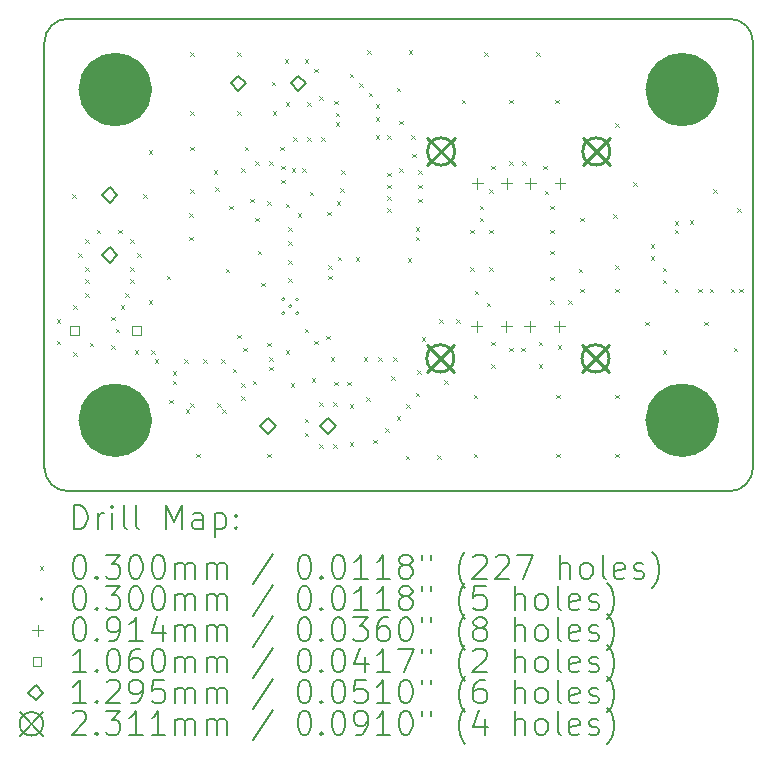
<source format=gbr>
%TF.GenerationSoftware,KiCad,Pcbnew,8.0.8*%
%TF.CreationDate,2025-03-29T15:23:25-07:00*%
%TF.ProjectId,RCA Radio Telescope,52434120-5261-4646-996f-2054656c6573,2.1*%
%TF.SameCoordinates,Original*%
%TF.FileFunction,Drillmap*%
%TF.FilePolarity,Positive*%
%FSLAX45Y45*%
G04 Gerber Fmt 4.5, Leading zero omitted, Abs format (unit mm)*
G04 Created by KiCad (PCBNEW 8.0.8) date 2025-03-29 15:23:25*
%MOMM*%
%LPD*%
G01*
G04 APERTURE LIST*
%ADD10C,3.100000*%
%ADD11C,0.200000*%
%ADD12C,0.100000*%
%ADD13C,0.106000*%
%ADD14C,0.129540*%
%ADD15C,0.231140*%
G04 APERTURE END LIST*
D10*
X2155000Y-2000000D02*
G75*
G02*
X1845000Y-2000000I-155000J0D01*
G01*
X1845000Y-2000000D02*
G75*
G02*
X2155000Y-2000000I155000J0D01*
G01*
D11*
X7200000Y-1400000D02*
G75*
G02*
X7400000Y-1600000I0J-200000D01*
G01*
X1400000Y-1600000D02*
G75*
G02*
X1600000Y-1400000I200000J0D01*
G01*
X1600000Y-1400000D02*
X7200000Y-1400000D01*
X7400000Y-5200000D02*
G75*
G02*
X7200000Y-5400000I-200000J0D01*
G01*
X7400000Y-1600000D02*
X7400000Y-5200000D01*
D10*
X6955000Y-2000000D02*
G75*
G02*
X6645000Y-2000000I-155000J0D01*
G01*
X6645000Y-2000000D02*
G75*
G02*
X6955000Y-2000000I155000J0D01*
G01*
X6955000Y-4800000D02*
G75*
G02*
X6645000Y-4800000I-155000J0D01*
G01*
X6645000Y-4800000D02*
G75*
G02*
X6955000Y-4800000I155000J0D01*
G01*
D11*
X1600000Y-5400000D02*
G75*
G02*
X1400000Y-5200000I0J200000D01*
G01*
X7200000Y-5400000D02*
X1600000Y-5400000D01*
D10*
X2155000Y-4800000D02*
G75*
G02*
X1845000Y-4800000I-155000J0D01*
G01*
X1845000Y-4800000D02*
G75*
G02*
X2155000Y-4800000I155000J0D01*
G01*
D11*
X1400000Y-5200000D02*
X1400000Y-1600000D01*
D12*
X1505000Y-3945000D02*
X1535000Y-3975000D01*
X1535000Y-3945000D02*
X1505000Y-3975000D01*
X1505000Y-4125000D02*
X1535000Y-4155000D01*
X1535000Y-4125000D02*
X1505000Y-4155000D01*
X1635000Y-2885000D02*
X1665000Y-2915000D01*
X1665000Y-2885000D02*
X1635000Y-2915000D01*
X1645000Y-3825000D02*
X1675000Y-3855000D01*
X1675000Y-3825000D02*
X1645000Y-3855000D01*
X1645000Y-4225000D02*
X1675000Y-4255000D01*
X1675000Y-4225000D02*
X1645000Y-4255000D01*
X1685000Y-3385000D02*
X1715000Y-3415000D01*
X1715000Y-3385000D02*
X1685000Y-3415000D01*
X1745000Y-3265000D02*
X1775000Y-3295000D01*
X1775000Y-3265000D02*
X1745000Y-3295000D01*
X1745000Y-3505000D02*
X1775000Y-3535000D01*
X1775000Y-3505000D02*
X1745000Y-3535000D01*
X1745000Y-3605000D02*
X1775000Y-3635000D01*
X1775000Y-3605000D02*
X1745000Y-3635000D01*
X1745000Y-3725000D02*
X1775000Y-3755000D01*
X1775000Y-3725000D02*
X1745000Y-3755000D01*
X1785000Y-4145000D02*
X1815000Y-4175000D01*
X1815000Y-4145000D02*
X1785000Y-4175000D01*
X1845000Y-3185000D02*
X1875000Y-3215000D01*
X1875000Y-3185000D02*
X1845000Y-3215000D01*
X1965000Y-3925000D02*
X1995000Y-3955000D01*
X1995000Y-3925000D02*
X1965000Y-3955000D01*
X1965000Y-4165000D02*
X1995000Y-4195000D01*
X1995000Y-4165000D02*
X1965000Y-4195000D01*
X2005000Y-4025000D02*
X2035000Y-4055000D01*
X2035000Y-4025000D02*
X2005000Y-4055000D01*
X2025000Y-3185000D02*
X2055000Y-3215000D01*
X2055000Y-3185000D02*
X2025000Y-3215000D01*
X2045000Y-3825000D02*
X2075000Y-3855000D01*
X2075000Y-3825000D02*
X2045000Y-3855000D01*
X2085000Y-3725000D02*
X2115000Y-3755000D01*
X2115000Y-3725000D02*
X2085000Y-3755000D01*
X2125000Y-3265000D02*
X2155000Y-3295000D01*
X2155000Y-3265000D02*
X2125000Y-3295000D01*
X2125000Y-3505000D02*
X2155000Y-3535000D01*
X2155000Y-3505000D02*
X2125000Y-3535000D01*
X2125000Y-3605000D02*
X2155000Y-3635000D01*
X2155000Y-3605000D02*
X2125000Y-3635000D01*
X2165000Y-4205000D02*
X2195000Y-4235000D01*
X2195000Y-4205000D02*
X2165000Y-4235000D01*
X2185000Y-3385000D02*
X2215000Y-3415000D01*
X2215000Y-3385000D02*
X2185000Y-3415000D01*
X2235000Y-2885000D02*
X2265000Y-2915000D01*
X2265000Y-2885000D02*
X2235000Y-2915000D01*
X2285000Y-2515000D02*
X2315000Y-2545000D01*
X2315000Y-2515000D02*
X2285000Y-2545000D01*
X2285000Y-3785000D02*
X2315000Y-3815000D01*
X2315000Y-3785000D02*
X2285000Y-3815000D01*
X2305000Y-4205000D02*
X2335000Y-4235000D01*
X2335000Y-4205000D02*
X2305000Y-4235000D01*
X2335000Y-4285000D02*
X2365000Y-4315000D01*
X2365000Y-4285000D02*
X2335000Y-4315000D01*
X2435000Y-3575000D02*
X2465000Y-3605000D01*
X2465000Y-3575000D02*
X2435000Y-3605000D01*
X2455000Y-4625000D02*
X2485000Y-4655000D01*
X2485000Y-4625000D02*
X2455000Y-4655000D01*
X2485000Y-4385000D02*
X2515000Y-4415000D01*
X2515000Y-4385000D02*
X2485000Y-4415000D01*
X2485000Y-4465000D02*
X2515000Y-4495000D01*
X2515000Y-4465000D02*
X2485000Y-4495000D01*
X2585000Y-4285000D02*
X2615000Y-4315000D01*
X2615000Y-4285000D02*
X2585000Y-4315000D01*
X2595000Y-4705000D02*
X2625000Y-4735000D01*
X2625000Y-4705000D02*
X2595000Y-4735000D01*
X2625000Y-3045000D02*
X2655000Y-3075000D01*
X2655000Y-3045000D02*
X2625000Y-3075000D01*
X2625000Y-3245000D02*
X2655000Y-3275000D01*
X2655000Y-3245000D02*
X2625000Y-3275000D01*
X2635000Y-1685000D02*
X2665000Y-1715000D01*
X2665000Y-1685000D02*
X2635000Y-1715000D01*
X2635000Y-2185000D02*
X2665000Y-2215000D01*
X2665000Y-2185000D02*
X2635000Y-2215000D01*
X2635000Y-2485000D02*
X2665000Y-2515000D01*
X2665000Y-2485000D02*
X2635000Y-2515000D01*
X2635000Y-2845000D02*
X2665000Y-2875000D01*
X2665000Y-2845000D02*
X2635000Y-2875000D01*
X2635000Y-4655000D02*
X2665000Y-4685000D01*
X2665000Y-4655000D02*
X2635000Y-4685000D01*
X2685000Y-5085000D02*
X2715000Y-5115000D01*
X2715000Y-5085000D02*
X2685000Y-5115000D01*
X2745000Y-4285000D02*
X2775000Y-4315000D01*
X2775000Y-4285000D02*
X2745000Y-4315000D01*
X2835000Y-2685000D02*
X2865000Y-2715000D01*
X2865000Y-2685000D02*
X2835000Y-2715000D01*
X2845000Y-2825000D02*
X2875000Y-2855000D01*
X2875000Y-2825000D02*
X2845000Y-2855000D01*
X2865000Y-4655000D02*
X2895000Y-4685000D01*
X2895000Y-4655000D02*
X2865000Y-4685000D01*
X2895000Y-4285000D02*
X2925000Y-4315000D01*
X2925000Y-4285000D02*
X2895000Y-4315000D01*
X2905000Y-4705000D02*
X2935000Y-4735000D01*
X2935000Y-4705000D02*
X2905000Y-4735000D01*
X2935000Y-3515000D02*
X2965000Y-3545000D01*
X2965000Y-3515000D02*
X2935000Y-3545000D01*
X2965000Y-2985000D02*
X2995000Y-3015000D01*
X2995000Y-2985000D02*
X2965000Y-3015000D01*
X2995000Y-4365000D02*
X3025000Y-4395000D01*
X3025000Y-4365000D02*
X2995000Y-4395000D01*
X3035000Y-1685000D02*
X3065000Y-1715000D01*
X3065000Y-1685000D02*
X3035000Y-1715000D01*
X3035000Y-2185000D02*
X3065000Y-2215000D01*
X3065000Y-2185000D02*
X3035000Y-2215000D01*
X3035000Y-4075000D02*
X3065000Y-4105000D01*
X3065000Y-4075000D02*
X3035000Y-4105000D01*
X3065000Y-2665000D02*
X3095000Y-2695000D01*
X3095000Y-2665000D02*
X3065000Y-2695000D01*
X3065000Y-4485000D02*
X3095000Y-4515000D01*
X3095000Y-4485000D02*
X3065000Y-4515000D01*
X3065000Y-4595000D02*
X3095000Y-4625000D01*
X3095000Y-4595000D02*
X3065000Y-4625000D01*
X3085000Y-4185000D02*
X3115000Y-4215000D01*
X3115000Y-4185000D02*
X3085000Y-4215000D01*
X3095000Y-2485000D02*
X3125000Y-2515000D01*
X3125000Y-2485000D02*
X3095000Y-2515000D01*
X3145000Y-2925000D02*
X3175000Y-2955000D01*
X3175000Y-2925000D02*
X3145000Y-2955000D01*
X3165000Y-4465000D02*
X3195000Y-4495000D01*
X3195000Y-4465000D02*
X3165000Y-4495000D01*
X3185000Y-2605000D02*
X3215000Y-2635000D01*
X3215000Y-2605000D02*
X3185000Y-2635000D01*
X3185000Y-3085000D02*
X3215000Y-3115000D01*
X3215000Y-3085000D02*
X3185000Y-3115000D01*
X3205000Y-3365000D02*
X3235000Y-3395000D01*
X3235000Y-3365000D02*
X3205000Y-3395000D01*
X3235000Y-3635000D02*
X3265000Y-3665000D01*
X3265000Y-3635000D02*
X3235000Y-3665000D01*
X3285000Y-2945000D02*
X3315000Y-2975000D01*
X3315000Y-2945000D02*
X3285000Y-2975000D01*
X3285000Y-4145000D02*
X3315000Y-4175000D01*
X3315000Y-4145000D02*
X3285000Y-4175000D01*
X3285000Y-5085000D02*
X3315000Y-5115000D01*
X3315000Y-5085000D02*
X3285000Y-5115000D01*
X3305000Y-2605000D02*
X3335000Y-2635000D01*
X3335000Y-2605000D02*
X3305000Y-2635000D01*
X3305000Y-4265000D02*
X3335000Y-4295000D01*
X3335000Y-4265000D02*
X3305000Y-4295000D01*
X3305000Y-4345000D02*
X3335000Y-4375000D01*
X3335000Y-4345000D02*
X3305000Y-4375000D01*
X3325000Y-1935000D02*
X3355000Y-1965000D01*
X3355000Y-1935000D02*
X3325000Y-1965000D01*
X3335000Y-2185000D02*
X3365000Y-2215000D01*
X3365000Y-2185000D02*
X3335000Y-2215000D01*
X3395000Y-2485000D02*
X3425000Y-2515000D01*
X3425000Y-2485000D02*
X3395000Y-2515000D01*
X3405000Y-2645000D02*
X3435000Y-2675000D01*
X3435000Y-2645000D02*
X3405000Y-2675000D01*
X3405000Y-2765000D02*
X3435000Y-2795000D01*
X3435000Y-2765000D02*
X3405000Y-2795000D01*
X3435000Y-1745000D02*
X3465000Y-1775000D01*
X3465000Y-1745000D02*
X3435000Y-1775000D01*
X3445000Y-2105000D02*
X3475000Y-2135000D01*
X3475000Y-2105000D02*
X3445000Y-2135000D01*
X3445000Y-2965000D02*
X3475000Y-2995000D01*
X3475000Y-2965000D02*
X3445000Y-2995000D01*
X3445000Y-4205000D02*
X3475000Y-4235000D01*
X3475000Y-4205000D02*
X3445000Y-4235000D01*
X3465000Y-3165000D02*
X3495000Y-3195000D01*
X3495000Y-3165000D02*
X3465000Y-3195000D01*
X3465000Y-3285000D02*
X3495000Y-3315000D01*
X3495000Y-3285000D02*
X3465000Y-3315000D01*
X3465000Y-3445000D02*
X3495000Y-3475000D01*
X3495000Y-3445000D02*
X3465000Y-3475000D01*
X3465000Y-3595000D02*
X3495000Y-3625000D01*
X3495000Y-3595000D02*
X3465000Y-3625000D01*
X3485000Y-4485000D02*
X3515000Y-4515000D01*
X3515000Y-4485000D02*
X3485000Y-4515000D01*
X3495000Y-2665000D02*
X3525000Y-2695000D01*
X3525000Y-2665000D02*
X3495000Y-2695000D01*
X3505000Y-2405000D02*
X3535000Y-2435000D01*
X3535000Y-2405000D02*
X3505000Y-2435000D01*
X3545000Y-3045000D02*
X3575000Y-3075000D01*
X3575000Y-3045000D02*
X3545000Y-3075000D01*
X3585000Y-2665000D02*
X3615000Y-2695000D01*
X3615000Y-2665000D02*
X3585000Y-2695000D01*
X3605000Y-1745000D02*
X3635000Y-1775000D01*
X3635000Y-1745000D02*
X3605000Y-1775000D01*
X3605000Y-4025000D02*
X3635000Y-4055000D01*
X3635000Y-4025000D02*
X3605000Y-4055000D01*
X3605000Y-4785000D02*
X3635000Y-4815000D01*
X3635000Y-4785000D02*
X3605000Y-4815000D01*
X3605000Y-4905000D02*
X3635000Y-4935000D01*
X3635000Y-4905000D02*
X3605000Y-4935000D01*
X3625000Y-2105000D02*
X3655000Y-2135000D01*
X3655000Y-2105000D02*
X3625000Y-2135000D01*
X3625000Y-2405000D02*
X3655000Y-2435000D01*
X3655000Y-2405000D02*
X3625000Y-2435000D01*
X3645000Y-2865000D02*
X3675000Y-2895000D01*
X3675000Y-2865000D02*
X3645000Y-2895000D01*
X3665000Y-4445000D02*
X3695000Y-4475000D01*
X3695000Y-4445000D02*
X3665000Y-4475000D01*
X3685000Y-1825000D02*
X3715000Y-1855000D01*
X3715000Y-1825000D02*
X3685000Y-1855000D01*
X3685000Y-4125000D02*
X3715000Y-4155000D01*
X3715000Y-4125000D02*
X3685000Y-4155000D01*
X3725000Y-2055000D02*
X3755000Y-2085000D01*
X3755000Y-2055000D02*
X3725000Y-2085000D01*
X3725000Y-4645000D02*
X3755000Y-4675000D01*
X3755000Y-4645000D02*
X3725000Y-4675000D01*
X3725000Y-5005000D02*
X3755000Y-5035000D01*
X3755000Y-5005000D02*
X3725000Y-5035000D01*
X3745000Y-2405000D02*
X3775000Y-2435000D01*
X3775000Y-2405000D02*
X3745000Y-2435000D01*
X3785000Y-4085000D02*
X3815000Y-4115000D01*
X3815000Y-4085000D02*
X3785000Y-4115000D01*
X3795000Y-3035000D02*
X3825000Y-3065000D01*
X3825000Y-3035000D02*
X3795000Y-3065000D01*
X3805000Y-3485000D02*
X3835000Y-3515000D01*
X3835000Y-3485000D02*
X3805000Y-3515000D01*
X3805000Y-3575000D02*
X3835000Y-3605000D01*
X3835000Y-3575000D02*
X3805000Y-3605000D01*
X3825000Y-4265000D02*
X3855000Y-4295000D01*
X3855000Y-4265000D02*
X3825000Y-4295000D01*
X3845000Y-4645000D02*
X3875000Y-4675000D01*
X3875000Y-4645000D02*
X3845000Y-4675000D01*
X3845000Y-5005000D02*
X3875000Y-5035000D01*
X3875000Y-5005000D02*
X3845000Y-5035000D01*
X3855000Y-2095000D02*
X3885000Y-2125000D01*
X3885000Y-2095000D02*
X3855000Y-2125000D01*
X3855000Y-4475000D02*
X3885000Y-4505000D01*
X3885000Y-4475000D02*
X3855000Y-4505000D01*
X3865000Y-2195000D02*
X3895000Y-2225000D01*
X3895000Y-2195000D02*
X3865000Y-2225000D01*
X3865000Y-2275000D02*
X3895000Y-2305000D01*
X3895000Y-2275000D02*
X3865000Y-2305000D01*
X3875000Y-2945000D02*
X3905000Y-2975000D01*
X3905000Y-2945000D02*
X3875000Y-2975000D01*
X3885000Y-3413750D02*
X3915000Y-3443750D01*
X3915000Y-3413750D02*
X3885000Y-3443750D01*
X3905000Y-2835000D02*
X3935000Y-2865000D01*
X3935000Y-2835000D02*
X3905000Y-2865000D01*
X3915000Y-2685000D02*
X3945000Y-2715000D01*
X3945000Y-2685000D02*
X3915000Y-2715000D01*
X3965000Y-4475000D02*
X3995000Y-4505000D01*
X3995000Y-4475000D02*
X3965000Y-4505000D01*
X3985000Y-1865000D02*
X4015000Y-1895000D01*
X4015000Y-1865000D02*
X3985000Y-1895000D01*
X3985000Y-4665000D02*
X4015000Y-4695000D01*
X4015000Y-4665000D02*
X3985000Y-4695000D01*
X3985000Y-4985000D02*
X4015000Y-5015000D01*
X4015000Y-4985000D02*
X3985000Y-5015000D01*
X4035000Y-3420000D02*
X4065000Y-3450000D01*
X4065000Y-3420000D02*
X4035000Y-3450000D01*
X4065000Y-1945000D02*
X4095000Y-1975000D01*
X4095000Y-1945000D02*
X4065000Y-1975000D01*
X4105000Y-4265000D02*
X4135000Y-4295000D01*
X4135000Y-4265000D02*
X4105000Y-4295000D01*
X4125000Y-4605000D02*
X4155000Y-4635000D01*
X4155000Y-4605000D02*
X4125000Y-4635000D01*
X4135000Y-1665000D02*
X4165000Y-1695000D01*
X4165000Y-1665000D02*
X4135000Y-1695000D01*
X4145000Y-2025000D02*
X4175000Y-2055000D01*
X4175000Y-2025000D02*
X4145000Y-2055000D01*
X4185000Y-4965000D02*
X4215000Y-4995000D01*
X4215000Y-4965000D02*
X4185000Y-4995000D01*
X4205000Y-2125000D02*
X4235000Y-2155000D01*
X4235000Y-2125000D02*
X4205000Y-2155000D01*
X4205000Y-2235000D02*
X4235000Y-2265000D01*
X4235000Y-2235000D02*
X4205000Y-2265000D01*
X4205000Y-2385000D02*
X4235000Y-2415000D01*
X4235000Y-2385000D02*
X4205000Y-2415000D01*
X4225000Y-4265000D02*
X4255000Y-4295000D01*
X4255000Y-4265000D02*
X4225000Y-4295000D01*
X4285000Y-4865000D02*
X4315000Y-4895000D01*
X4315000Y-4865000D02*
X4285000Y-4895000D01*
X4305000Y-2385000D02*
X4335000Y-2415000D01*
X4335000Y-2385000D02*
X4305000Y-2415000D01*
X4305000Y-2705000D02*
X4335000Y-2735000D01*
X4335000Y-2705000D02*
X4305000Y-2735000D01*
X4305000Y-2805000D02*
X4335000Y-2835000D01*
X4335000Y-2805000D02*
X4305000Y-2835000D01*
X4305000Y-2905000D02*
X4335000Y-2935000D01*
X4335000Y-2905000D02*
X4305000Y-2935000D01*
X4305000Y-3005000D02*
X4335000Y-3035000D01*
X4335000Y-3005000D02*
X4305000Y-3035000D01*
X4335000Y-4425000D02*
X4365000Y-4455000D01*
X4365000Y-4425000D02*
X4335000Y-4455000D01*
X4355000Y-4265000D02*
X4385000Y-4295000D01*
X4385000Y-4265000D02*
X4355000Y-4295000D01*
X4385000Y-1985000D02*
X4415000Y-2015000D01*
X4415000Y-1985000D02*
X4385000Y-2015000D01*
X4385000Y-4765000D02*
X4415000Y-4795000D01*
X4415000Y-4765000D02*
X4385000Y-4795000D01*
X4405000Y-2265000D02*
X4435000Y-2295000D01*
X4435000Y-2265000D02*
X4405000Y-2295000D01*
X4405000Y-2665000D02*
X4435000Y-2695000D01*
X4435000Y-2665000D02*
X4405000Y-2695000D01*
X4460000Y-5100000D02*
X4490000Y-5130000D01*
X4490000Y-5100000D02*
X4460000Y-5130000D01*
X4465000Y-4665000D02*
X4495000Y-4695000D01*
X4495000Y-4665000D02*
X4465000Y-4695000D01*
X4475000Y-3430000D02*
X4505000Y-3460000D01*
X4505000Y-3430000D02*
X4475000Y-3460000D01*
X4485000Y-1665000D02*
X4515000Y-1695000D01*
X4515000Y-1665000D02*
X4485000Y-1695000D01*
X4505000Y-2385000D02*
X4535000Y-2415000D01*
X4535000Y-2385000D02*
X4505000Y-2415000D01*
X4515000Y-2545000D02*
X4545000Y-2575000D01*
X4545000Y-2545000D02*
X4515000Y-2575000D01*
X4545000Y-3165000D02*
X4575000Y-3195000D01*
X4575000Y-3165000D02*
X4545000Y-3195000D01*
X4545000Y-3245000D02*
X4575000Y-3275000D01*
X4575000Y-3245000D02*
X4545000Y-3275000D01*
X4545000Y-4565000D02*
X4575000Y-4595000D01*
X4575000Y-4565000D02*
X4545000Y-4595000D01*
X4555000Y-4375000D02*
X4585000Y-4405000D01*
X4585000Y-4375000D02*
X4555000Y-4405000D01*
X4565000Y-2685000D02*
X4595000Y-2715000D01*
X4595000Y-2685000D02*
X4565000Y-2715000D01*
X4565000Y-2805000D02*
X4595000Y-2835000D01*
X4595000Y-2805000D02*
X4565000Y-2835000D01*
X4565000Y-2925000D02*
X4595000Y-2955000D01*
X4595000Y-2925000D02*
X4565000Y-2955000D01*
X4595000Y-4095000D02*
X4625000Y-4125000D01*
X4625000Y-4095000D02*
X4595000Y-4125000D01*
X4725000Y-5095000D02*
X4755000Y-5125000D01*
X4755000Y-5095000D02*
X4725000Y-5125000D01*
X4745000Y-3945000D02*
X4775000Y-3975000D01*
X4775000Y-3945000D02*
X4745000Y-3975000D01*
X4785000Y-4460000D02*
X4815000Y-4490000D01*
X4815000Y-4460000D02*
X4785000Y-4490000D01*
X4885000Y-3945000D02*
X4915000Y-3975000D01*
X4915000Y-3945000D02*
X4885000Y-3975000D01*
X4935000Y-2085000D02*
X4965000Y-2115000D01*
X4965000Y-2085000D02*
X4935000Y-2115000D01*
X5005000Y-3185000D02*
X5035000Y-3215000D01*
X5035000Y-3185000D02*
X5005000Y-3215000D01*
X5005000Y-3505000D02*
X5035000Y-3535000D01*
X5035000Y-3505000D02*
X5005000Y-3535000D01*
X5035000Y-4585000D02*
X5065000Y-4615000D01*
X5065000Y-4585000D02*
X5035000Y-4615000D01*
X5035000Y-5085000D02*
X5065000Y-5115000D01*
X5065000Y-5085000D02*
X5035000Y-5115000D01*
X5045000Y-3705000D02*
X5075000Y-3735000D01*
X5075000Y-3705000D02*
X5045000Y-3735000D01*
X5085000Y-2985000D02*
X5115000Y-3015000D01*
X5115000Y-2985000D02*
X5085000Y-3015000D01*
X5085000Y-3085000D02*
X5115000Y-3115000D01*
X5115000Y-3085000D02*
X5085000Y-3115000D01*
X5125000Y-1685000D02*
X5155000Y-1715000D01*
X5155000Y-1685000D02*
X5125000Y-1715000D01*
X5145000Y-3805000D02*
X5175000Y-3835000D01*
X5175000Y-3805000D02*
X5145000Y-3835000D01*
X5165000Y-2845000D02*
X5195000Y-2875000D01*
X5195000Y-2845000D02*
X5165000Y-2875000D01*
X5165000Y-3185000D02*
X5195000Y-3215000D01*
X5195000Y-3185000D02*
X5165000Y-3215000D01*
X5165000Y-3505000D02*
X5195000Y-3535000D01*
X5195000Y-3505000D02*
X5165000Y-3535000D01*
X5185000Y-2645000D02*
X5215000Y-2675000D01*
X5215000Y-2645000D02*
X5185000Y-2675000D01*
X5185000Y-4135000D02*
X5215000Y-4165000D01*
X5215000Y-4135000D02*
X5185000Y-4165000D01*
X5185000Y-4325000D02*
X5215000Y-4355000D01*
X5215000Y-4325000D02*
X5185000Y-4355000D01*
X5335000Y-2085000D02*
X5365000Y-2115000D01*
X5365000Y-2085000D02*
X5335000Y-2115000D01*
X5335000Y-2605000D02*
X5365000Y-2635000D01*
X5365000Y-2605000D02*
X5335000Y-2635000D01*
X5335000Y-4185000D02*
X5365000Y-4215000D01*
X5365000Y-4185000D02*
X5335000Y-4215000D01*
X5435000Y-4185000D02*
X5465000Y-4215000D01*
X5465000Y-4185000D02*
X5435000Y-4215000D01*
X5445000Y-2605000D02*
X5475000Y-2635000D01*
X5475000Y-2605000D02*
X5445000Y-2635000D01*
X5565000Y-1685000D02*
X5595000Y-1715000D01*
X5595000Y-1685000D02*
X5565000Y-1715000D01*
X5585000Y-4135000D02*
X5615000Y-4165000D01*
X5615000Y-4135000D02*
X5585000Y-4165000D01*
X5585000Y-4325000D02*
X5615000Y-4355000D01*
X5615000Y-4325000D02*
X5585000Y-4355000D01*
X5625000Y-2645000D02*
X5655000Y-2675000D01*
X5655000Y-2645000D02*
X5625000Y-2675000D01*
X5635000Y-2855000D02*
X5665000Y-2885000D01*
X5665000Y-2855000D02*
X5635000Y-2885000D01*
X5685000Y-2985000D02*
X5715000Y-3015000D01*
X5715000Y-2985000D02*
X5685000Y-3015000D01*
X5685000Y-3185000D02*
X5715000Y-3215000D01*
X5715000Y-3185000D02*
X5685000Y-3215000D01*
X5685000Y-3365000D02*
X5715000Y-3395000D01*
X5715000Y-3365000D02*
X5685000Y-3395000D01*
X5685000Y-3585000D02*
X5715000Y-3615000D01*
X5715000Y-3585000D02*
X5685000Y-3615000D01*
X5685000Y-3785000D02*
X5715000Y-3815000D01*
X5715000Y-3785000D02*
X5685000Y-3815000D01*
X5725000Y-2085000D02*
X5755000Y-2115000D01*
X5755000Y-2085000D02*
X5725000Y-2115000D01*
X5735000Y-4585000D02*
X5765000Y-4615000D01*
X5765000Y-4585000D02*
X5735000Y-4615000D01*
X5735000Y-5085000D02*
X5765000Y-5115000D01*
X5765000Y-5085000D02*
X5735000Y-5115000D01*
X5745000Y-4165000D02*
X5775000Y-4195000D01*
X5775000Y-4165000D02*
X5745000Y-4195000D01*
X5835000Y-3785000D02*
X5865000Y-3815000D01*
X5865000Y-3785000D02*
X5835000Y-3815000D01*
X5925000Y-3515000D02*
X5955000Y-3545000D01*
X5955000Y-3515000D02*
X5925000Y-3545000D01*
X5935000Y-3085000D02*
X5965000Y-3115000D01*
X5965000Y-3085000D02*
X5935000Y-3115000D01*
X5935000Y-3685000D02*
X5965000Y-3715000D01*
X5965000Y-3685000D02*
X5935000Y-3715000D01*
X6215000Y-3055000D02*
X6245000Y-3085000D01*
X6245000Y-3055000D02*
X6215000Y-3085000D01*
X6235000Y-2285000D02*
X6265000Y-2315000D01*
X6265000Y-2285000D02*
X6235000Y-2315000D01*
X6235000Y-3485000D02*
X6265000Y-3515000D01*
X6265000Y-3485000D02*
X6235000Y-3515000D01*
X6235000Y-3685000D02*
X6265000Y-3715000D01*
X6265000Y-3685000D02*
X6235000Y-3715000D01*
X6235000Y-4585000D02*
X6265000Y-4615000D01*
X6265000Y-4585000D02*
X6235000Y-4615000D01*
X6235000Y-5085000D02*
X6265000Y-5115000D01*
X6265000Y-5085000D02*
X6235000Y-5115000D01*
X6385000Y-2785000D02*
X6415000Y-2815000D01*
X6415000Y-2785000D02*
X6385000Y-2815000D01*
X6485000Y-3965000D02*
X6515000Y-3995000D01*
X6515000Y-3965000D02*
X6485000Y-3995000D01*
X6535000Y-3310000D02*
X6565000Y-3340000D01*
X6565000Y-3310000D02*
X6535000Y-3340000D01*
X6535000Y-3410000D02*
X6565000Y-3440000D01*
X6565000Y-3410000D02*
X6535000Y-3440000D01*
X6635000Y-3510000D02*
X6665000Y-3540000D01*
X6665000Y-3510000D02*
X6635000Y-3540000D01*
X6635000Y-3610000D02*
X6665000Y-3640000D01*
X6665000Y-3610000D02*
X6635000Y-3640000D01*
X6635000Y-4205000D02*
X6665000Y-4235000D01*
X6665000Y-4205000D02*
X6635000Y-4235000D01*
X6735000Y-3115000D02*
X6765000Y-3145000D01*
X6765000Y-3115000D02*
X6735000Y-3145000D01*
X6735000Y-3185000D02*
X6765000Y-3215000D01*
X6765000Y-3185000D02*
X6735000Y-3215000D01*
X6735000Y-3685000D02*
X6765000Y-3715000D01*
X6765000Y-3685000D02*
X6735000Y-3715000D01*
X6865000Y-3105000D02*
X6895000Y-3135000D01*
X6895000Y-3105000D02*
X6865000Y-3135000D01*
X6935000Y-3685000D02*
X6965000Y-3715000D01*
X6965000Y-3685000D02*
X6935000Y-3715000D01*
X6985000Y-3965000D02*
X7015000Y-3995000D01*
X7015000Y-3965000D02*
X6985000Y-3995000D01*
X7035000Y-3685000D02*
X7065000Y-3715000D01*
X7065000Y-3685000D02*
X7035000Y-3715000D01*
X7065000Y-2845000D02*
X7095000Y-2875000D01*
X7095000Y-2845000D02*
X7065000Y-2875000D01*
X7210000Y-3685000D02*
X7240000Y-3715000D01*
X7240000Y-3685000D02*
X7210000Y-3715000D01*
X7235000Y-4185000D02*
X7265000Y-4215000D01*
X7265000Y-4185000D02*
X7235000Y-4215000D01*
X7265000Y-3005000D02*
X7295000Y-3035000D01*
X7295000Y-3005000D02*
X7265000Y-3035000D01*
X7285000Y-3685000D02*
X7315000Y-3715000D01*
X7315000Y-3685000D02*
X7285000Y-3715000D01*
X3436000Y-3776000D02*
G75*
G02*
X3406000Y-3776000I-15000J0D01*
G01*
X3406000Y-3776000D02*
G75*
G02*
X3436000Y-3776000I15000J0D01*
G01*
X3436000Y-3894000D02*
G75*
G02*
X3406000Y-3894000I-15000J0D01*
G01*
X3406000Y-3894000D02*
G75*
G02*
X3436000Y-3894000I15000J0D01*
G01*
X3495000Y-3835000D02*
G75*
G02*
X3465000Y-3835000I-15000J0D01*
G01*
X3465000Y-3835000D02*
G75*
G02*
X3495000Y-3835000I15000J0D01*
G01*
X3554000Y-3776000D02*
G75*
G02*
X3524000Y-3776000I-15000J0D01*
G01*
X3524000Y-3776000D02*
G75*
G02*
X3554000Y-3776000I15000J0D01*
G01*
X3554000Y-3894000D02*
G75*
G02*
X3524000Y-3894000I-15000J0D01*
G01*
X3524000Y-3894000D02*
G75*
G02*
X3554000Y-3894000I15000J0D01*
G01*
X5059250Y-3959340D02*
X5059250Y-4050780D01*
X5013530Y-4005060D02*
X5104970Y-4005060D01*
X5065750Y-2749220D02*
X5065750Y-2840660D01*
X5020030Y-2794940D02*
X5111470Y-2794940D01*
X5309250Y-3959340D02*
X5309250Y-4050780D01*
X5263530Y-4005060D02*
X5354970Y-4005060D01*
X5315750Y-2749220D02*
X5315750Y-2840660D01*
X5270030Y-2794940D02*
X5361470Y-2794940D01*
X5509250Y-3959340D02*
X5509250Y-4050780D01*
X5463530Y-4005060D02*
X5554970Y-4005060D01*
X5515750Y-2749220D02*
X5515750Y-2840660D01*
X5470030Y-2794940D02*
X5561470Y-2794940D01*
X5759250Y-3959340D02*
X5759250Y-4050780D01*
X5713530Y-4005060D02*
X5804970Y-4005060D01*
X5765750Y-2749220D02*
X5765750Y-2840660D01*
X5720030Y-2794940D02*
X5811470Y-2794940D01*
D13*
X1694977Y-4078977D02*
X1694977Y-4004023D01*
X1620023Y-4004023D01*
X1620023Y-4078977D01*
X1694977Y-4078977D01*
X2219977Y-4078977D02*
X2219977Y-4004023D01*
X2145023Y-4004023D01*
X2145023Y-4078977D01*
X2219977Y-4078977D01*
D14*
X1952500Y-2957430D02*
X2017270Y-2892660D01*
X1952500Y-2827890D01*
X1887730Y-2892660D01*
X1952500Y-2957430D01*
X1952500Y-3465430D02*
X2017270Y-3400660D01*
X1952500Y-3335890D01*
X1887730Y-3400660D01*
X1952500Y-3465430D01*
X3042660Y-2012270D02*
X3107430Y-1947500D01*
X3042660Y-1882730D01*
X2977890Y-1947500D01*
X3042660Y-2012270D01*
X3292660Y-4912270D02*
X3357430Y-4847500D01*
X3292660Y-4782730D01*
X3227890Y-4847500D01*
X3292660Y-4912270D01*
X3550660Y-2012270D02*
X3615430Y-1947500D01*
X3550660Y-1882730D01*
X3485890Y-1947500D01*
X3550660Y-2012270D01*
X3800660Y-4912270D02*
X3865430Y-4847500D01*
X3800660Y-4782730D01*
X3735890Y-4847500D01*
X3800660Y-4912270D01*
D15*
X4636680Y-4160490D02*
X4867820Y-4391630D01*
X4867820Y-4160490D02*
X4636680Y-4391630D01*
X4867820Y-4276060D02*
G75*
G02*
X4636680Y-4276060I-115570J0D01*
G01*
X4636680Y-4276060D02*
G75*
G02*
X4867820Y-4276060I115570J0D01*
G01*
X4643180Y-2408370D02*
X4874320Y-2639510D01*
X4874320Y-2408370D02*
X4643180Y-2639510D01*
X4874320Y-2523940D02*
G75*
G02*
X4643180Y-2523940I-115570J0D01*
G01*
X4643180Y-2523940D02*
G75*
G02*
X4874320Y-2523940I115570J0D01*
G01*
X5950680Y-4160490D02*
X6181820Y-4391630D01*
X6181820Y-4160490D02*
X5950680Y-4391630D01*
X6181820Y-4276060D02*
G75*
G02*
X5950680Y-4276060I-115570J0D01*
G01*
X5950680Y-4276060D02*
G75*
G02*
X6181820Y-4276060I115570J0D01*
G01*
X5957180Y-2408370D02*
X6188320Y-2639510D01*
X6188320Y-2408370D02*
X5957180Y-2639510D01*
X6188320Y-2523940D02*
G75*
G02*
X5957180Y-2523940I-115570J0D01*
G01*
X5957180Y-2523940D02*
G75*
G02*
X6188320Y-2523940I115570J0D01*
G01*
D11*
X1650777Y-5721484D02*
X1650777Y-5521484D01*
X1650777Y-5521484D02*
X1698396Y-5521484D01*
X1698396Y-5521484D02*
X1726967Y-5531008D01*
X1726967Y-5531008D02*
X1746015Y-5550055D01*
X1746015Y-5550055D02*
X1755539Y-5569103D01*
X1755539Y-5569103D02*
X1765062Y-5607198D01*
X1765062Y-5607198D02*
X1765062Y-5635769D01*
X1765062Y-5635769D02*
X1755539Y-5673865D01*
X1755539Y-5673865D02*
X1746015Y-5692912D01*
X1746015Y-5692912D02*
X1726967Y-5711960D01*
X1726967Y-5711960D02*
X1698396Y-5721484D01*
X1698396Y-5721484D02*
X1650777Y-5721484D01*
X1850777Y-5721484D02*
X1850777Y-5588150D01*
X1850777Y-5626246D02*
X1860301Y-5607198D01*
X1860301Y-5607198D02*
X1869824Y-5597674D01*
X1869824Y-5597674D02*
X1888872Y-5588150D01*
X1888872Y-5588150D02*
X1907920Y-5588150D01*
X1974586Y-5721484D02*
X1974586Y-5588150D01*
X1974586Y-5521484D02*
X1965062Y-5531008D01*
X1965062Y-5531008D02*
X1974586Y-5540531D01*
X1974586Y-5540531D02*
X1984110Y-5531008D01*
X1984110Y-5531008D02*
X1974586Y-5521484D01*
X1974586Y-5521484D02*
X1974586Y-5540531D01*
X2098396Y-5721484D02*
X2079348Y-5711960D01*
X2079348Y-5711960D02*
X2069824Y-5692912D01*
X2069824Y-5692912D02*
X2069824Y-5521484D01*
X2203158Y-5721484D02*
X2184110Y-5711960D01*
X2184110Y-5711960D02*
X2174586Y-5692912D01*
X2174586Y-5692912D02*
X2174586Y-5521484D01*
X2431729Y-5721484D02*
X2431729Y-5521484D01*
X2431729Y-5521484D02*
X2498396Y-5664341D01*
X2498396Y-5664341D02*
X2565063Y-5521484D01*
X2565063Y-5521484D02*
X2565063Y-5721484D01*
X2746015Y-5721484D02*
X2746015Y-5616722D01*
X2746015Y-5616722D02*
X2736491Y-5597674D01*
X2736491Y-5597674D02*
X2717444Y-5588150D01*
X2717444Y-5588150D02*
X2679348Y-5588150D01*
X2679348Y-5588150D02*
X2660301Y-5597674D01*
X2746015Y-5711960D02*
X2726967Y-5721484D01*
X2726967Y-5721484D02*
X2679348Y-5721484D01*
X2679348Y-5721484D02*
X2660301Y-5711960D01*
X2660301Y-5711960D02*
X2650777Y-5692912D01*
X2650777Y-5692912D02*
X2650777Y-5673865D01*
X2650777Y-5673865D02*
X2660301Y-5654817D01*
X2660301Y-5654817D02*
X2679348Y-5645293D01*
X2679348Y-5645293D02*
X2726967Y-5645293D01*
X2726967Y-5645293D02*
X2746015Y-5635769D01*
X2841253Y-5588150D02*
X2841253Y-5788150D01*
X2841253Y-5597674D02*
X2860301Y-5588150D01*
X2860301Y-5588150D02*
X2898396Y-5588150D01*
X2898396Y-5588150D02*
X2917443Y-5597674D01*
X2917443Y-5597674D02*
X2926967Y-5607198D01*
X2926967Y-5607198D02*
X2936491Y-5626246D01*
X2936491Y-5626246D02*
X2936491Y-5683388D01*
X2936491Y-5683388D02*
X2926967Y-5702436D01*
X2926967Y-5702436D02*
X2917443Y-5711960D01*
X2917443Y-5711960D02*
X2898396Y-5721484D01*
X2898396Y-5721484D02*
X2860301Y-5721484D01*
X2860301Y-5721484D02*
X2841253Y-5711960D01*
X3022205Y-5702436D02*
X3031729Y-5711960D01*
X3031729Y-5711960D02*
X3022205Y-5721484D01*
X3022205Y-5721484D02*
X3012682Y-5711960D01*
X3012682Y-5711960D02*
X3022205Y-5702436D01*
X3022205Y-5702436D02*
X3022205Y-5721484D01*
X3022205Y-5597674D02*
X3031729Y-5607198D01*
X3031729Y-5607198D02*
X3022205Y-5616722D01*
X3022205Y-5616722D02*
X3012682Y-5607198D01*
X3012682Y-5607198D02*
X3022205Y-5597674D01*
X3022205Y-5597674D02*
X3022205Y-5616722D01*
D12*
X1360000Y-6035000D02*
X1390000Y-6065000D01*
X1390000Y-6035000D02*
X1360000Y-6065000D01*
D11*
X1688872Y-5941484D02*
X1707920Y-5941484D01*
X1707920Y-5941484D02*
X1726967Y-5951008D01*
X1726967Y-5951008D02*
X1736491Y-5960531D01*
X1736491Y-5960531D02*
X1746015Y-5979579D01*
X1746015Y-5979579D02*
X1755539Y-6017674D01*
X1755539Y-6017674D02*
X1755539Y-6065293D01*
X1755539Y-6065293D02*
X1746015Y-6103388D01*
X1746015Y-6103388D02*
X1736491Y-6122436D01*
X1736491Y-6122436D02*
X1726967Y-6131960D01*
X1726967Y-6131960D02*
X1707920Y-6141484D01*
X1707920Y-6141484D02*
X1688872Y-6141484D01*
X1688872Y-6141484D02*
X1669824Y-6131960D01*
X1669824Y-6131960D02*
X1660301Y-6122436D01*
X1660301Y-6122436D02*
X1650777Y-6103388D01*
X1650777Y-6103388D02*
X1641253Y-6065293D01*
X1641253Y-6065293D02*
X1641253Y-6017674D01*
X1641253Y-6017674D02*
X1650777Y-5979579D01*
X1650777Y-5979579D02*
X1660301Y-5960531D01*
X1660301Y-5960531D02*
X1669824Y-5951008D01*
X1669824Y-5951008D02*
X1688872Y-5941484D01*
X1841253Y-6122436D02*
X1850777Y-6131960D01*
X1850777Y-6131960D02*
X1841253Y-6141484D01*
X1841253Y-6141484D02*
X1831729Y-6131960D01*
X1831729Y-6131960D02*
X1841253Y-6122436D01*
X1841253Y-6122436D02*
X1841253Y-6141484D01*
X1917443Y-5941484D02*
X2041253Y-5941484D01*
X2041253Y-5941484D02*
X1974586Y-6017674D01*
X1974586Y-6017674D02*
X2003158Y-6017674D01*
X2003158Y-6017674D02*
X2022205Y-6027198D01*
X2022205Y-6027198D02*
X2031729Y-6036722D01*
X2031729Y-6036722D02*
X2041253Y-6055769D01*
X2041253Y-6055769D02*
X2041253Y-6103388D01*
X2041253Y-6103388D02*
X2031729Y-6122436D01*
X2031729Y-6122436D02*
X2022205Y-6131960D01*
X2022205Y-6131960D02*
X2003158Y-6141484D01*
X2003158Y-6141484D02*
X1946015Y-6141484D01*
X1946015Y-6141484D02*
X1926967Y-6131960D01*
X1926967Y-6131960D02*
X1917443Y-6122436D01*
X2165063Y-5941484D02*
X2184110Y-5941484D01*
X2184110Y-5941484D02*
X2203158Y-5951008D01*
X2203158Y-5951008D02*
X2212682Y-5960531D01*
X2212682Y-5960531D02*
X2222205Y-5979579D01*
X2222205Y-5979579D02*
X2231729Y-6017674D01*
X2231729Y-6017674D02*
X2231729Y-6065293D01*
X2231729Y-6065293D02*
X2222205Y-6103388D01*
X2222205Y-6103388D02*
X2212682Y-6122436D01*
X2212682Y-6122436D02*
X2203158Y-6131960D01*
X2203158Y-6131960D02*
X2184110Y-6141484D01*
X2184110Y-6141484D02*
X2165063Y-6141484D01*
X2165063Y-6141484D02*
X2146015Y-6131960D01*
X2146015Y-6131960D02*
X2136491Y-6122436D01*
X2136491Y-6122436D02*
X2126967Y-6103388D01*
X2126967Y-6103388D02*
X2117444Y-6065293D01*
X2117444Y-6065293D02*
X2117444Y-6017674D01*
X2117444Y-6017674D02*
X2126967Y-5979579D01*
X2126967Y-5979579D02*
X2136491Y-5960531D01*
X2136491Y-5960531D02*
X2146015Y-5951008D01*
X2146015Y-5951008D02*
X2165063Y-5941484D01*
X2355539Y-5941484D02*
X2374586Y-5941484D01*
X2374586Y-5941484D02*
X2393634Y-5951008D01*
X2393634Y-5951008D02*
X2403158Y-5960531D01*
X2403158Y-5960531D02*
X2412682Y-5979579D01*
X2412682Y-5979579D02*
X2422205Y-6017674D01*
X2422205Y-6017674D02*
X2422205Y-6065293D01*
X2422205Y-6065293D02*
X2412682Y-6103388D01*
X2412682Y-6103388D02*
X2403158Y-6122436D01*
X2403158Y-6122436D02*
X2393634Y-6131960D01*
X2393634Y-6131960D02*
X2374586Y-6141484D01*
X2374586Y-6141484D02*
X2355539Y-6141484D01*
X2355539Y-6141484D02*
X2336491Y-6131960D01*
X2336491Y-6131960D02*
X2326967Y-6122436D01*
X2326967Y-6122436D02*
X2317444Y-6103388D01*
X2317444Y-6103388D02*
X2307920Y-6065293D01*
X2307920Y-6065293D02*
X2307920Y-6017674D01*
X2307920Y-6017674D02*
X2317444Y-5979579D01*
X2317444Y-5979579D02*
X2326967Y-5960531D01*
X2326967Y-5960531D02*
X2336491Y-5951008D01*
X2336491Y-5951008D02*
X2355539Y-5941484D01*
X2507920Y-6141484D02*
X2507920Y-6008150D01*
X2507920Y-6027198D02*
X2517444Y-6017674D01*
X2517444Y-6017674D02*
X2536491Y-6008150D01*
X2536491Y-6008150D02*
X2565063Y-6008150D01*
X2565063Y-6008150D02*
X2584110Y-6017674D01*
X2584110Y-6017674D02*
X2593634Y-6036722D01*
X2593634Y-6036722D02*
X2593634Y-6141484D01*
X2593634Y-6036722D02*
X2603158Y-6017674D01*
X2603158Y-6017674D02*
X2622205Y-6008150D01*
X2622205Y-6008150D02*
X2650777Y-6008150D01*
X2650777Y-6008150D02*
X2669825Y-6017674D01*
X2669825Y-6017674D02*
X2679348Y-6036722D01*
X2679348Y-6036722D02*
X2679348Y-6141484D01*
X2774586Y-6141484D02*
X2774586Y-6008150D01*
X2774586Y-6027198D02*
X2784110Y-6017674D01*
X2784110Y-6017674D02*
X2803158Y-6008150D01*
X2803158Y-6008150D02*
X2831729Y-6008150D01*
X2831729Y-6008150D02*
X2850777Y-6017674D01*
X2850777Y-6017674D02*
X2860301Y-6036722D01*
X2860301Y-6036722D02*
X2860301Y-6141484D01*
X2860301Y-6036722D02*
X2869824Y-6017674D01*
X2869824Y-6017674D02*
X2888872Y-6008150D01*
X2888872Y-6008150D02*
X2917443Y-6008150D01*
X2917443Y-6008150D02*
X2936491Y-6017674D01*
X2936491Y-6017674D02*
X2946015Y-6036722D01*
X2946015Y-6036722D02*
X2946015Y-6141484D01*
X3336491Y-5931960D02*
X3165063Y-6189103D01*
X3593634Y-5941484D02*
X3612682Y-5941484D01*
X3612682Y-5941484D02*
X3631729Y-5951008D01*
X3631729Y-5951008D02*
X3641253Y-5960531D01*
X3641253Y-5960531D02*
X3650777Y-5979579D01*
X3650777Y-5979579D02*
X3660301Y-6017674D01*
X3660301Y-6017674D02*
X3660301Y-6065293D01*
X3660301Y-6065293D02*
X3650777Y-6103388D01*
X3650777Y-6103388D02*
X3641253Y-6122436D01*
X3641253Y-6122436D02*
X3631729Y-6131960D01*
X3631729Y-6131960D02*
X3612682Y-6141484D01*
X3612682Y-6141484D02*
X3593634Y-6141484D01*
X3593634Y-6141484D02*
X3574586Y-6131960D01*
X3574586Y-6131960D02*
X3565063Y-6122436D01*
X3565063Y-6122436D02*
X3555539Y-6103388D01*
X3555539Y-6103388D02*
X3546015Y-6065293D01*
X3546015Y-6065293D02*
X3546015Y-6017674D01*
X3546015Y-6017674D02*
X3555539Y-5979579D01*
X3555539Y-5979579D02*
X3565063Y-5960531D01*
X3565063Y-5960531D02*
X3574586Y-5951008D01*
X3574586Y-5951008D02*
X3593634Y-5941484D01*
X3746015Y-6122436D02*
X3755539Y-6131960D01*
X3755539Y-6131960D02*
X3746015Y-6141484D01*
X3746015Y-6141484D02*
X3736491Y-6131960D01*
X3736491Y-6131960D02*
X3746015Y-6122436D01*
X3746015Y-6122436D02*
X3746015Y-6141484D01*
X3879348Y-5941484D02*
X3898396Y-5941484D01*
X3898396Y-5941484D02*
X3917444Y-5951008D01*
X3917444Y-5951008D02*
X3926967Y-5960531D01*
X3926967Y-5960531D02*
X3936491Y-5979579D01*
X3936491Y-5979579D02*
X3946015Y-6017674D01*
X3946015Y-6017674D02*
X3946015Y-6065293D01*
X3946015Y-6065293D02*
X3936491Y-6103388D01*
X3936491Y-6103388D02*
X3926967Y-6122436D01*
X3926967Y-6122436D02*
X3917444Y-6131960D01*
X3917444Y-6131960D02*
X3898396Y-6141484D01*
X3898396Y-6141484D02*
X3879348Y-6141484D01*
X3879348Y-6141484D02*
X3860301Y-6131960D01*
X3860301Y-6131960D02*
X3850777Y-6122436D01*
X3850777Y-6122436D02*
X3841253Y-6103388D01*
X3841253Y-6103388D02*
X3831729Y-6065293D01*
X3831729Y-6065293D02*
X3831729Y-6017674D01*
X3831729Y-6017674D02*
X3841253Y-5979579D01*
X3841253Y-5979579D02*
X3850777Y-5960531D01*
X3850777Y-5960531D02*
X3860301Y-5951008D01*
X3860301Y-5951008D02*
X3879348Y-5941484D01*
X4136491Y-6141484D02*
X4022206Y-6141484D01*
X4079348Y-6141484D02*
X4079348Y-5941484D01*
X4079348Y-5941484D02*
X4060301Y-5970055D01*
X4060301Y-5970055D02*
X4041253Y-5989103D01*
X4041253Y-5989103D02*
X4022206Y-5998627D01*
X4326968Y-6141484D02*
X4212682Y-6141484D01*
X4269825Y-6141484D02*
X4269825Y-5941484D01*
X4269825Y-5941484D02*
X4250777Y-5970055D01*
X4250777Y-5970055D02*
X4231729Y-5989103D01*
X4231729Y-5989103D02*
X4212682Y-5998627D01*
X4441253Y-6027198D02*
X4422206Y-6017674D01*
X4422206Y-6017674D02*
X4412682Y-6008150D01*
X4412682Y-6008150D02*
X4403158Y-5989103D01*
X4403158Y-5989103D02*
X4403158Y-5979579D01*
X4403158Y-5979579D02*
X4412682Y-5960531D01*
X4412682Y-5960531D02*
X4422206Y-5951008D01*
X4422206Y-5951008D02*
X4441253Y-5941484D01*
X4441253Y-5941484D02*
X4479349Y-5941484D01*
X4479349Y-5941484D02*
X4498396Y-5951008D01*
X4498396Y-5951008D02*
X4507920Y-5960531D01*
X4507920Y-5960531D02*
X4517444Y-5979579D01*
X4517444Y-5979579D02*
X4517444Y-5989103D01*
X4517444Y-5989103D02*
X4507920Y-6008150D01*
X4507920Y-6008150D02*
X4498396Y-6017674D01*
X4498396Y-6017674D02*
X4479349Y-6027198D01*
X4479349Y-6027198D02*
X4441253Y-6027198D01*
X4441253Y-6027198D02*
X4422206Y-6036722D01*
X4422206Y-6036722D02*
X4412682Y-6046246D01*
X4412682Y-6046246D02*
X4403158Y-6065293D01*
X4403158Y-6065293D02*
X4403158Y-6103388D01*
X4403158Y-6103388D02*
X4412682Y-6122436D01*
X4412682Y-6122436D02*
X4422206Y-6131960D01*
X4422206Y-6131960D02*
X4441253Y-6141484D01*
X4441253Y-6141484D02*
X4479349Y-6141484D01*
X4479349Y-6141484D02*
X4498396Y-6131960D01*
X4498396Y-6131960D02*
X4507920Y-6122436D01*
X4507920Y-6122436D02*
X4517444Y-6103388D01*
X4517444Y-6103388D02*
X4517444Y-6065293D01*
X4517444Y-6065293D02*
X4507920Y-6046246D01*
X4507920Y-6046246D02*
X4498396Y-6036722D01*
X4498396Y-6036722D02*
X4479349Y-6027198D01*
X4593634Y-5941484D02*
X4593634Y-5979579D01*
X4669825Y-5941484D02*
X4669825Y-5979579D01*
X4965063Y-6217674D02*
X4955539Y-6208150D01*
X4955539Y-6208150D02*
X4936491Y-6179579D01*
X4936491Y-6179579D02*
X4926968Y-6160531D01*
X4926968Y-6160531D02*
X4917444Y-6131960D01*
X4917444Y-6131960D02*
X4907920Y-6084341D01*
X4907920Y-6084341D02*
X4907920Y-6046246D01*
X4907920Y-6046246D02*
X4917444Y-5998627D01*
X4917444Y-5998627D02*
X4926968Y-5970055D01*
X4926968Y-5970055D02*
X4936491Y-5951008D01*
X4936491Y-5951008D02*
X4955539Y-5922436D01*
X4955539Y-5922436D02*
X4965063Y-5912912D01*
X5031730Y-5960531D02*
X5041253Y-5951008D01*
X5041253Y-5951008D02*
X5060301Y-5941484D01*
X5060301Y-5941484D02*
X5107920Y-5941484D01*
X5107920Y-5941484D02*
X5126968Y-5951008D01*
X5126968Y-5951008D02*
X5136491Y-5960531D01*
X5136491Y-5960531D02*
X5146015Y-5979579D01*
X5146015Y-5979579D02*
X5146015Y-5998627D01*
X5146015Y-5998627D02*
X5136491Y-6027198D01*
X5136491Y-6027198D02*
X5022206Y-6141484D01*
X5022206Y-6141484D02*
X5146015Y-6141484D01*
X5222206Y-5960531D02*
X5231730Y-5951008D01*
X5231730Y-5951008D02*
X5250777Y-5941484D01*
X5250777Y-5941484D02*
X5298396Y-5941484D01*
X5298396Y-5941484D02*
X5317444Y-5951008D01*
X5317444Y-5951008D02*
X5326968Y-5960531D01*
X5326968Y-5960531D02*
X5336491Y-5979579D01*
X5336491Y-5979579D02*
X5336491Y-5998627D01*
X5336491Y-5998627D02*
X5326968Y-6027198D01*
X5326968Y-6027198D02*
X5212682Y-6141484D01*
X5212682Y-6141484D02*
X5336491Y-6141484D01*
X5403158Y-5941484D02*
X5536491Y-5941484D01*
X5536491Y-5941484D02*
X5450777Y-6141484D01*
X5765063Y-6141484D02*
X5765063Y-5941484D01*
X5850777Y-6141484D02*
X5850777Y-6036722D01*
X5850777Y-6036722D02*
X5841253Y-6017674D01*
X5841253Y-6017674D02*
X5822206Y-6008150D01*
X5822206Y-6008150D02*
X5793634Y-6008150D01*
X5793634Y-6008150D02*
X5774587Y-6017674D01*
X5774587Y-6017674D02*
X5765063Y-6027198D01*
X5974587Y-6141484D02*
X5955539Y-6131960D01*
X5955539Y-6131960D02*
X5946015Y-6122436D01*
X5946015Y-6122436D02*
X5936491Y-6103388D01*
X5936491Y-6103388D02*
X5936491Y-6046246D01*
X5936491Y-6046246D02*
X5946015Y-6027198D01*
X5946015Y-6027198D02*
X5955539Y-6017674D01*
X5955539Y-6017674D02*
X5974587Y-6008150D01*
X5974587Y-6008150D02*
X6003158Y-6008150D01*
X6003158Y-6008150D02*
X6022206Y-6017674D01*
X6022206Y-6017674D02*
X6031730Y-6027198D01*
X6031730Y-6027198D02*
X6041253Y-6046246D01*
X6041253Y-6046246D02*
X6041253Y-6103388D01*
X6041253Y-6103388D02*
X6031730Y-6122436D01*
X6031730Y-6122436D02*
X6022206Y-6131960D01*
X6022206Y-6131960D02*
X6003158Y-6141484D01*
X6003158Y-6141484D02*
X5974587Y-6141484D01*
X6155539Y-6141484D02*
X6136491Y-6131960D01*
X6136491Y-6131960D02*
X6126968Y-6112912D01*
X6126968Y-6112912D02*
X6126968Y-5941484D01*
X6307920Y-6131960D02*
X6288872Y-6141484D01*
X6288872Y-6141484D02*
X6250777Y-6141484D01*
X6250777Y-6141484D02*
X6231730Y-6131960D01*
X6231730Y-6131960D02*
X6222206Y-6112912D01*
X6222206Y-6112912D02*
X6222206Y-6036722D01*
X6222206Y-6036722D02*
X6231730Y-6017674D01*
X6231730Y-6017674D02*
X6250777Y-6008150D01*
X6250777Y-6008150D02*
X6288872Y-6008150D01*
X6288872Y-6008150D02*
X6307920Y-6017674D01*
X6307920Y-6017674D02*
X6317444Y-6036722D01*
X6317444Y-6036722D02*
X6317444Y-6055769D01*
X6317444Y-6055769D02*
X6222206Y-6074817D01*
X6393634Y-6131960D02*
X6412682Y-6141484D01*
X6412682Y-6141484D02*
X6450777Y-6141484D01*
X6450777Y-6141484D02*
X6469825Y-6131960D01*
X6469825Y-6131960D02*
X6479349Y-6112912D01*
X6479349Y-6112912D02*
X6479349Y-6103388D01*
X6479349Y-6103388D02*
X6469825Y-6084341D01*
X6469825Y-6084341D02*
X6450777Y-6074817D01*
X6450777Y-6074817D02*
X6422206Y-6074817D01*
X6422206Y-6074817D02*
X6403158Y-6065293D01*
X6403158Y-6065293D02*
X6393634Y-6046246D01*
X6393634Y-6046246D02*
X6393634Y-6036722D01*
X6393634Y-6036722D02*
X6403158Y-6017674D01*
X6403158Y-6017674D02*
X6422206Y-6008150D01*
X6422206Y-6008150D02*
X6450777Y-6008150D01*
X6450777Y-6008150D02*
X6469825Y-6017674D01*
X6546015Y-6217674D02*
X6555539Y-6208150D01*
X6555539Y-6208150D02*
X6574587Y-6179579D01*
X6574587Y-6179579D02*
X6584111Y-6160531D01*
X6584111Y-6160531D02*
X6593634Y-6131960D01*
X6593634Y-6131960D02*
X6603158Y-6084341D01*
X6603158Y-6084341D02*
X6603158Y-6046246D01*
X6603158Y-6046246D02*
X6593634Y-5998627D01*
X6593634Y-5998627D02*
X6584111Y-5970055D01*
X6584111Y-5970055D02*
X6574587Y-5951008D01*
X6574587Y-5951008D02*
X6555539Y-5922436D01*
X6555539Y-5922436D02*
X6546015Y-5912912D01*
D12*
X1390000Y-6314000D02*
G75*
G02*
X1360000Y-6314000I-15000J0D01*
G01*
X1360000Y-6314000D02*
G75*
G02*
X1390000Y-6314000I15000J0D01*
G01*
D11*
X1688872Y-6205484D02*
X1707920Y-6205484D01*
X1707920Y-6205484D02*
X1726967Y-6215008D01*
X1726967Y-6215008D02*
X1736491Y-6224531D01*
X1736491Y-6224531D02*
X1746015Y-6243579D01*
X1746015Y-6243579D02*
X1755539Y-6281674D01*
X1755539Y-6281674D02*
X1755539Y-6329293D01*
X1755539Y-6329293D02*
X1746015Y-6367388D01*
X1746015Y-6367388D02*
X1736491Y-6386436D01*
X1736491Y-6386436D02*
X1726967Y-6395960D01*
X1726967Y-6395960D02*
X1707920Y-6405484D01*
X1707920Y-6405484D02*
X1688872Y-6405484D01*
X1688872Y-6405484D02*
X1669824Y-6395960D01*
X1669824Y-6395960D02*
X1660301Y-6386436D01*
X1660301Y-6386436D02*
X1650777Y-6367388D01*
X1650777Y-6367388D02*
X1641253Y-6329293D01*
X1641253Y-6329293D02*
X1641253Y-6281674D01*
X1641253Y-6281674D02*
X1650777Y-6243579D01*
X1650777Y-6243579D02*
X1660301Y-6224531D01*
X1660301Y-6224531D02*
X1669824Y-6215008D01*
X1669824Y-6215008D02*
X1688872Y-6205484D01*
X1841253Y-6386436D02*
X1850777Y-6395960D01*
X1850777Y-6395960D02*
X1841253Y-6405484D01*
X1841253Y-6405484D02*
X1831729Y-6395960D01*
X1831729Y-6395960D02*
X1841253Y-6386436D01*
X1841253Y-6386436D02*
X1841253Y-6405484D01*
X1917443Y-6205484D02*
X2041253Y-6205484D01*
X2041253Y-6205484D02*
X1974586Y-6281674D01*
X1974586Y-6281674D02*
X2003158Y-6281674D01*
X2003158Y-6281674D02*
X2022205Y-6291198D01*
X2022205Y-6291198D02*
X2031729Y-6300722D01*
X2031729Y-6300722D02*
X2041253Y-6319769D01*
X2041253Y-6319769D02*
X2041253Y-6367388D01*
X2041253Y-6367388D02*
X2031729Y-6386436D01*
X2031729Y-6386436D02*
X2022205Y-6395960D01*
X2022205Y-6395960D02*
X2003158Y-6405484D01*
X2003158Y-6405484D02*
X1946015Y-6405484D01*
X1946015Y-6405484D02*
X1926967Y-6395960D01*
X1926967Y-6395960D02*
X1917443Y-6386436D01*
X2165063Y-6205484D02*
X2184110Y-6205484D01*
X2184110Y-6205484D02*
X2203158Y-6215008D01*
X2203158Y-6215008D02*
X2212682Y-6224531D01*
X2212682Y-6224531D02*
X2222205Y-6243579D01*
X2222205Y-6243579D02*
X2231729Y-6281674D01*
X2231729Y-6281674D02*
X2231729Y-6329293D01*
X2231729Y-6329293D02*
X2222205Y-6367388D01*
X2222205Y-6367388D02*
X2212682Y-6386436D01*
X2212682Y-6386436D02*
X2203158Y-6395960D01*
X2203158Y-6395960D02*
X2184110Y-6405484D01*
X2184110Y-6405484D02*
X2165063Y-6405484D01*
X2165063Y-6405484D02*
X2146015Y-6395960D01*
X2146015Y-6395960D02*
X2136491Y-6386436D01*
X2136491Y-6386436D02*
X2126967Y-6367388D01*
X2126967Y-6367388D02*
X2117444Y-6329293D01*
X2117444Y-6329293D02*
X2117444Y-6281674D01*
X2117444Y-6281674D02*
X2126967Y-6243579D01*
X2126967Y-6243579D02*
X2136491Y-6224531D01*
X2136491Y-6224531D02*
X2146015Y-6215008D01*
X2146015Y-6215008D02*
X2165063Y-6205484D01*
X2355539Y-6205484D02*
X2374586Y-6205484D01*
X2374586Y-6205484D02*
X2393634Y-6215008D01*
X2393634Y-6215008D02*
X2403158Y-6224531D01*
X2403158Y-6224531D02*
X2412682Y-6243579D01*
X2412682Y-6243579D02*
X2422205Y-6281674D01*
X2422205Y-6281674D02*
X2422205Y-6329293D01*
X2422205Y-6329293D02*
X2412682Y-6367388D01*
X2412682Y-6367388D02*
X2403158Y-6386436D01*
X2403158Y-6386436D02*
X2393634Y-6395960D01*
X2393634Y-6395960D02*
X2374586Y-6405484D01*
X2374586Y-6405484D02*
X2355539Y-6405484D01*
X2355539Y-6405484D02*
X2336491Y-6395960D01*
X2336491Y-6395960D02*
X2326967Y-6386436D01*
X2326967Y-6386436D02*
X2317444Y-6367388D01*
X2317444Y-6367388D02*
X2307920Y-6329293D01*
X2307920Y-6329293D02*
X2307920Y-6281674D01*
X2307920Y-6281674D02*
X2317444Y-6243579D01*
X2317444Y-6243579D02*
X2326967Y-6224531D01*
X2326967Y-6224531D02*
X2336491Y-6215008D01*
X2336491Y-6215008D02*
X2355539Y-6205484D01*
X2507920Y-6405484D02*
X2507920Y-6272150D01*
X2507920Y-6291198D02*
X2517444Y-6281674D01*
X2517444Y-6281674D02*
X2536491Y-6272150D01*
X2536491Y-6272150D02*
X2565063Y-6272150D01*
X2565063Y-6272150D02*
X2584110Y-6281674D01*
X2584110Y-6281674D02*
X2593634Y-6300722D01*
X2593634Y-6300722D02*
X2593634Y-6405484D01*
X2593634Y-6300722D02*
X2603158Y-6281674D01*
X2603158Y-6281674D02*
X2622205Y-6272150D01*
X2622205Y-6272150D02*
X2650777Y-6272150D01*
X2650777Y-6272150D02*
X2669825Y-6281674D01*
X2669825Y-6281674D02*
X2679348Y-6300722D01*
X2679348Y-6300722D02*
X2679348Y-6405484D01*
X2774586Y-6405484D02*
X2774586Y-6272150D01*
X2774586Y-6291198D02*
X2784110Y-6281674D01*
X2784110Y-6281674D02*
X2803158Y-6272150D01*
X2803158Y-6272150D02*
X2831729Y-6272150D01*
X2831729Y-6272150D02*
X2850777Y-6281674D01*
X2850777Y-6281674D02*
X2860301Y-6300722D01*
X2860301Y-6300722D02*
X2860301Y-6405484D01*
X2860301Y-6300722D02*
X2869824Y-6281674D01*
X2869824Y-6281674D02*
X2888872Y-6272150D01*
X2888872Y-6272150D02*
X2917443Y-6272150D01*
X2917443Y-6272150D02*
X2936491Y-6281674D01*
X2936491Y-6281674D02*
X2946015Y-6300722D01*
X2946015Y-6300722D02*
X2946015Y-6405484D01*
X3336491Y-6195960D02*
X3165063Y-6453103D01*
X3593634Y-6205484D02*
X3612682Y-6205484D01*
X3612682Y-6205484D02*
X3631729Y-6215008D01*
X3631729Y-6215008D02*
X3641253Y-6224531D01*
X3641253Y-6224531D02*
X3650777Y-6243579D01*
X3650777Y-6243579D02*
X3660301Y-6281674D01*
X3660301Y-6281674D02*
X3660301Y-6329293D01*
X3660301Y-6329293D02*
X3650777Y-6367388D01*
X3650777Y-6367388D02*
X3641253Y-6386436D01*
X3641253Y-6386436D02*
X3631729Y-6395960D01*
X3631729Y-6395960D02*
X3612682Y-6405484D01*
X3612682Y-6405484D02*
X3593634Y-6405484D01*
X3593634Y-6405484D02*
X3574586Y-6395960D01*
X3574586Y-6395960D02*
X3565063Y-6386436D01*
X3565063Y-6386436D02*
X3555539Y-6367388D01*
X3555539Y-6367388D02*
X3546015Y-6329293D01*
X3546015Y-6329293D02*
X3546015Y-6281674D01*
X3546015Y-6281674D02*
X3555539Y-6243579D01*
X3555539Y-6243579D02*
X3565063Y-6224531D01*
X3565063Y-6224531D02*
X3574586Y-6215008D01*
X3574586Y-6215008D02*
X3593634Y-6205484D01*
X3746015Y-6386436D02*
X3755539Y-6395960D01*
X3755539Y-6395960D02*
X3746015Y-6405484D01*
X3746015Y-6405484D02*
X3736491Y-6395960D01*
X3736491Y-6395960D02*
X3746015Y-6386436D01*
X3746015Y-6386436D02*
X3746015Y-6405484D01*
X3879348Y-6205484D02*
X3898396Y-6205484D01*
X3898396Y-6205484D02*
X3917444Y-6215008D01*
X3917444Y-6215008D02*
X3926967Y-6224531D01*
X3926967Y-6224531D02*
X3936491Y-6243579D01*
X3936491Y-6243579D02*
X3946015Y-6281674D01*
X3946015Y-6281674D02*
X3946015Y-6329293D01*
X3946015Y-6329293D02*
X3936491Y-6367388D01*
X3936491Y-6367388D02*
X3926967Y-6386436D01*
X3926967Y-6386436D02*
X3917444Y-6395960D01*
X3917444Y-6395960D02*
X3898396Y-6405484D01*
X3898396Y-6405484D02*
X3879348Y-6405484D01*
X3879348Y-6405484D02*
X3860301Y-6395960D01*
X3860301Y-6395960D02*
X3850777Y-6386436D01*
X3850777Y-6386436D02*
X3841253Y-6367388D01*
X3841253Y-6367388D02*
X3831729Y-6329293D01*
X3831729Y-6329293D02*
X3831729Y-6281674D01*
X3831729Y-6281674D02*
X3841253Y-6243579D01*
X3841253Y-6243579D02*
X3850777Y-6224531D01*
X3850777Y-6224531D02*
X3860301Y-6215008D01*
X3860301Y-6215008D02*
X3879348Y-6205484D01*
X4136491Y-6405484D02*
X4022206Y-6405484D01*
X4079348Y-6405484D02*
X4079348Y-6205484D01*
X4079348Y-6205484D02*
X4060301Y-6234055D01*
X4060301Y-6234055D02*
X4041253Y-6253103D01*
X4041253Y-6253103D02*
X4022206Y-6262627D01*
X4326968Y-6405484D02*
X4212682Y-6405484D01*
X4269825Y-6405484D02*
X4269825Y-6205484D01*
X4269825Y-6205484D02*
X4250777Y-6234055D01*
X4250777Y-6234055D02*
X4231729Y-6253103D01*
X4231729Y-6253103D02*
X4212682Y-6262627D01*
X4441253Y-6291198D02*
X4422206Y-6281674D01*
X4422206Y-6281674D02*
X4412682Y-6272150D01*
X4412682Y-6272150D02*
X4403158Y-6253103D01*
X4403158Y-6253103D02*
X4403158Y-6243579D01*
X4403158Y-6243579D02*
X4412682Y-6224531D01*
X4412682Y-6224531D02*
X4422206Y-6215008D01*
X4422206Y-6215008D02*
X4441253Y-6205484D01*
X4441253Y-6205484D02*
X4479349Y-6205484D01*
X4479349Y-6205484D02*
X4498396Y-6215008D01*
X4498396Y-6215008D02*
X4507920Y-6224531D01*
X4507920Y-6224531D02*
X4517444Y-6243579D01*
X4517444Y-6243579D02*
X4517444Y-6253103D01*
X4517444Y-6253103D02*
X4507920Y-6272150D01*
X4507920Y-6272150D02*
X4498396Y-6281674D01*
X4498396Y-6281674D02*
X4479349Y-6291198D01*
X4479349Y-6291198D02*
X4441253Y-6291198D01*
X4441253Y-6291198D02*
X4422206Y-6300722D01*
X4422206Y-6300722D02*
X4412682Y-6310246D01*
X4412682Y-6310246D02*
X4403158Y-6329293D01*
X4403158Y-6329293D02*
X4403158Y-6367388D01*
X4403158Y-6367388D02*
X4412682Y-6386436D01*
X4412682Y-6386436D02*
X4422206Y-6395960D01*
X4422206Y-6395960D02*
X4441253Y-6405484D01*
X4441253Y-6405484D02*
X4479349Y-6405484D01*
X4479349Y-6405484D02*
X4498396Y-6395960D01*
X4498396Y-6395960D02*
X4507920Y-6386436D01*
X4507920Y-6386436D02*
X4517444Y-6367388D01*
X4517444Y-6367388D02*
X4517444Y-6329293D01*
X4517444Y-6329293D02*
X4507920Y-6310246D01*
X4507920Y-6310246D02*
X4498396Y-6300722D01*
X4498396Y-6300722D02*
X4479349Y-6291198D01*
X4593634Y-6205484D02*
X4593634Y-6243579D01*
X4669825Y-6205484D02*
X4669825Y-6243579D01*
X4965063Y-6481674D02*
X4955539Y-6472150D01*
X4955539Y-6472150D02*
X4936491Y-6443579D01*
X4936491Y-6443579D02*
X4926968Y-6424531D01*
X4926968Y-6424531D02*
X4917444Y-6395960D01*
X4917444Y-6395960D02*
X4907920Y-6348341D01*
X4907920Y-6348341D02*
X4907920Y-6310246D01*
X4907920Y-6310246D02*
X4917444Y-6262627D01*
X4917444Y-6262627D02*
X4926968Y-6234055D01*
X4926968Y-6234055D02*
X4936491Y-6215008D01*
X4936491Y-6215008D02*
X4955539Y-6186436D01*
X4955539Y-6186436D02*
X4965063Y-6176912D01*
X5136491Y-6205484D02*
X5041253Y-6205484D01*
X5041253Y-6205484D02*
X5031730Y-6300722D01*
X5031730Y-6300722D02*
X5041253Y-6291198D01*
X5041253Y-6291198D02*
X5060301Y-6281674D01*
X5060301Y-6281674D02*
X5107920Y-6281674D01*
X5107920Y-6281674D02*
X5126968Y-6291198D01*
X5126968Y-6291198D02*
X5136491Y-6300722D01*
X5136491Y-6300722D02*
X5146015Y-6319769D01*
X5146015Y-6319769D02*
X5146015Y-6367388D01*
X5146015Y-6367388D02*
X5136491Y-6386436D01*
X5136491Y-6386436D02*
X5126968Y-6395960D01*
X5126968Y-6395960D02*
X5107920Y-6405484D01*
X5107920Y-6405484D02*
X5060301Y-6405484D01*
X5060301Y-6405484D02*
X5041253Y-6395960D01*
X5041253Y-6395960D02*
X5031730Y-6386436D01*
X5384111Y-6405484D02*
X5384111Y-6205484D01*
X5469825Y-6405484D02*
X5469825Y-6300722D01*
X5469825Y-6300722D02*
X5460301Y-6281674D01*
X5460301Y-6281674D02*
X5441253Y-6272150D01*
X5441253Y-6272150D02*
X5412682Y-6272150D01*
X5412682Y-6272150D02*
X5393634Y-6281674D01*
X5393634Y-6281674D02*
X5384111Y-6291198D01*
X5593634Y-6405484D02*
X5574587Y-6395960D01*
X5574587Y-6395960D02*
X5565063Y-6386436D01*
X5565063Y-6386436D02*
X5555539Y-6367388D01*
X5555539Y-6367388D02*
X5555539Y-6310246D01*
X5555539Y-6310246D02*
X5565063Y-6291198D01*
X5565063Y-6291198D02*
X5574587Y-6281674D01*
X5574587Y-6281674D02*
X5593634Y-6272150D01*
X5593634Y-6272150D02*
X5622206Y-6272150D01*
X5622206Y-6272150D02*
X5641253Y-6281674D01*
X5641253Y-6281674D02*
X5650777Y-6291198D01*
X5650777Y-6291198D02*
X5660301Y-6310246D01*
X5660301Y-6310246D02*
X5660301Y-6367388D01*
X5660301Y-6367388D02*
X5650777Y-6386436D01*
X5650777Y-6386436D02*
X5641253Y-6395960D01*
X5641253Y-6395960D02*
X5622206Y-6405484D01*
X5622206Y-6405484D02*
X5593634Y-6405484D01*
X5774587Y-6405484D02*
X5755539Y-6395960D01*
X5755539Y-6395960D02*
X5746015Y-6376912D01*
X5746015Y-6376912D02*
X5746015Y-6205484D01*
X5926968Y-6395960D02*
X5907920Y-6405484D01*
X5907920Y-6405484D02*
X5869825Y-6405484D01*
X5869825Y-6405484D02*
X5850777Y-6395960D01*
X5850777Y-6395960D02*
X5841253Y-6376912D01*
X5841253Y-6376912D02*
X5841253Y-6300722D01*
X5841253Y-6300722D02*
X5850777Y-6281674D01*
X5850777Y-6281674D02*
X5869825Y-6272150D01*
X5869825Y-6272150D02*
X5907920Y-6272150D01*
X5907920Y-6272150D02*
X5926968Y-6281674D01*
X5926968Y-6281674D02*
X5936491Y-6300722D01*
X5936491Y-6300722D02*
X5936491Y-6319769D01*
X5936491Y-6319769D02*
X5841253Y-6338817D01*
X6012682Y-6395960D02*
X6031730Y-6405484D01*
X6031730Y-6405484D02*
X6069825Y-6405484D01*
X6069825Y-6405484D02*
X6088872Y-6395960D01*
X6088872Y-6395960D02*
X6098396Y-6376912D01*
X6098396Y-6376912D02*
X6098396Y-6367388D01*
X6098396Y-6367388D02*
X6088872Y-6348341D01*
X6088872Y-6348341D02*
X6069825Y-6338817D01*
X6069825Y-6338817D02*
X6041253Y-6338817D01*
X6041253Y-6338817D02*
X6022206Y-6329293D01*
X6022206Y-6329293D02*
X6012682Y-6310246D01*
X6012682Y-6310246D02*
X6012682Y-6300722D01*
X6012682Y-6300722D02*
X6022206Y-6281674D01*
X6022206Y-6281674D02*
X6041253Y-6272150D01*
X6041253Y-6272150D02*
X6069825Y-6272150D01*
X6069825Y-6272150D02*
X6088872Y-6281674D01*
X6165063Y-6481674D02*
X6174587Y-6472150D01*
X6174587Y-6472150D02*
X6193634Y-6443579D01*
X6193634Y-6443579D02*
X6203158Y-6424531D01*
X6203158Y-6424531D02*
X6212682Y-6395960D01*
X6212682Y-6395960D02*
X6222206Y-6348341D01*
X6222206Y-6348341D02*
X6222206Y-6310246D01*
X6222206Y-6310246D02*
X6212682Y-6262627D01*
X6212682Y-6262627D02*
X6203158Y-6234055D01*
X6203158Y-6234055D02*
X6193634Y-6215008D01*
X6193634Y-6215008D02*
X6174587Y-6186436D01*
X6174587Y-6186436D02*
X6165063Y-6176912D01*
D12*
X1344280Y-6532280D02*
X1344280Y-6623720D01*
X1298560Y-6578000D02*
X1390000Y-6578000D01*
D11*
X1688872Y-6469484D02*
X1707920Y-6469484D01*
X1707920Y-6469484D02*
X1726967Y-6479008D01*
X1726967Y-6479008D02*
X1736491Y-6488531D01*
X1736491Y-6488531D02*
X1746015Y-6507579D01*
X1746015Y-6507579D02*
X1755539Y-6545674D01*
X1755539Y-6545674D02*
X1755539Y-6593293D01*
X1755539Y-6593293D02*
X1746015Y-6631388D01*
X1746015Y-6631388D02*
X1736491Y-6650436D01*
X1736491Y-6650436D02*
X1726967Y-6659960D01*
X1726967Y-6659960D02*
X1707920Y-6669484D01*
X1707920Y-6669484D02*
X1688872Y-6669484D01*
X1688872Y-6669484D02*
X1669824Y-6659960D01*
X1669824Y-6659960D02*
X1660301Y-6650436D01*
X1660301Y-6650436D02*
X1650777Y-6631388D01*
X1650777Y-6631388D02*
X1641253Y-6593293D01*
X1641253Y-6593293D02*
X1641253Y-6545674D01*
X1641253Y-6545674D02*
X1650777Y-6507579D01*
X1650777Y-6507579D02*
X1660301Y-6488531D01*
X1660301Y-6488531D02*
X1669824Y-6479008D01*
X1669824Y-6479008D02*
X1688872Y-6469484D01*
X1841253Y-6650436D02*
X1850777Y-6659960D01*
X1850777Y-6659960D02*
X1841253Y-6669484D01*
X1841253Y-6669484D02*
X1831729Y-6659960D01*
X1831729Y-6659960D02*
X1841253Y-6650436D01*
X1841253Y-6650436D02*
X1841253Y-6669484D01*
X1946015Y-6669484D02*
X1984110Y-6669484D01*
X1984110Y-6669484D02*
X2003158Y-6659960D01*
X2003158Y-6659960D02*
X2012682Y-6650436D01*
X2012682Y-6650436D02*
X2031729Y-6621865D01*
X2031729Y-6621865D02*
X2041253Y-6583769D01*
X2041253Y-6583769D02*
X2041253Y-6507579D01*
X2041253Y-6507579D02*
X2031729Y-6488531D01*
X2031729Y-6488531D02*
X2022205Y-6479008D01*
X2022205Y-6479008D02*
X2003158Y-6469484D01*
X2003158Y-6469484D02*
X1965062Y-6469484D01*
X1965062Y-6469484D02*
X1946015Y-6479008D01*
X1946015Y-6479008D02*
X1936491Y-6488531D01*
X1936491Y-6488531D02*
X1926967Y-6507579D01*
X1926967Y-6507579D02*
X1926967Y-6555198D01*
X1926967Y-6555198D02*
X1936491Y-6574246D01*
X1936491Y-6574246D02*
X1946015Y-6583769D01*
X1946015Y-6583769D02*
X1965062Y-6593293D01*
X1965062Y-6593293D02*
X2003158Y-6593293D01*
X2003158Y-6593293D02*
X2022205Y-6583769D01*
X2022205Y-6583769D02*
X2031729Y-6574246D01*
X2031729Y-6574246D02*
X2041253Y-6555198D01*
X2231729Y-6669484D02*
X2117444Y-6669484D01*
X2174586Y-6669484D02*
X2174586Y-6469484D01*
X2174586Y-6469484D02*
X2155539Y-6498055D01*
X2155539Y-6498055D02*
X2136491Y-6517103D01*
X2136491Y-6517103D02*
X2117444Y-6526627D01*
X2403158Y-6536150D02*
X2403158Y-6669484D01*
X2355539Y-6459960D02*
X2307920Y-6602817D01*
X2307920Y-6602817D02*
X2431729Y-6602817D01*
X2507920Y-6669484D02*
X2507920Y-6536150D01*
X2507920Y-6555198D02*
X2517444Y-6545674D01*
X2517444Y-6545674D02*
X2536491Y-6536150D01*
X2536491Y-6536150D02*
X2565063Y-6536150D01*
X2565063Y-6536150D02*
X2584110Y-6545674D01*
X2584110Y-6545674D02*
X2593634Y-6564722D01*
X2593634Y-6564722D02*
X2593634Y-6669484D01*
X2593634Y-6564722D02*
X2603158Y-6545674D01*
X2603158Y-6545674D02*
X2622205Y-6536150D01*
X2622205Y-6536150D02*
X2650777Y-6536150D01*
X2650777Y-6536150D02*
X2669825Y-6545674D01*
X2669825Y-6545674D02*
X2679348Y-6564722D01*
X2679348Y-6564722D02*
X2679348Y-6669484D01*
X2774586Y-6669484D02*
X2774586Y-6536150D01*
X2774586Y-6555198D02*
X2784110Y-6545674D01*
X2784110Y-6545674D02*
X2803158Y-6536150D01*
X2803158Y-6536150D02*
X2831729Y-6536150D01*
X2831729Y-6536150D02*
X2850777Y-6545674D01*
X2850777Y-6545674D02*
X2860301Y-6564722D01*
X2860301Y-6564722D02*
X2860301Y-6669484D01*
X2860301Y-6564722D02*
X2869824Y-6545674D01*
X2869824Y-6545674D02*
X2888872Y-6536150D01*
X2888872Y-6536150D02*
X2917443Y-6536150D01*
X2917443Y-6536150D02*
X2936491Y-6545674D01*
X2936491Y-6545674D02*
X2946015Y-6564722D01*
X2946015Y-6564722D02*
X2946015Y-6669484D01*
X3336491Y-6459960D02*
X3165063Y-6717103D01*
X3593634Y-6469484D02*
X3612682Y-6469484D01*
X3612682Y-6469484D02*
X3631729Y-6479008D01*
X3631729Y-6479008D02*
X3641253Y-6488531D01*
X3641253Y-6488531D02*
X3650777Y-6507579D01*
X3650777Y-6507579D02*
X3660301Y-6545674D01*
X3660301Y-6545674D02*
X3660301Y-6593293D01*
X3660301Y-6593293D02*
X3650777Y-6631388D01*
X3650777Y-6631388D02*
X3641253Y-6650436D01*
X3641253Y-6650436D02*
X3631729Y-6659960D01*
X3631729Y-6659960D02*
X3612682Y-6669484D01*
X3612682Y-6669484D02*
X3593634Y-6669484D01*
X3593634Y-6669484D02*
X3574586Y-6659960D01*
X3574586Y-6659960D02*
X3565063Y-6650436D01*
X3565063Y-6650436D02*
X3555539Y-6631388D01*
X3555539Y-6631388D02*
X3546015Y-6593293D01*
X3546015Y-6593293D02*
X3546015Y-6545674D01*
X3546015Y-6545674D02*
X3555539Y-6507579D01*
X3555539Y-6507579D02*
X3565063Y-6488531D01*
X3565063Y-6488531D02*
X3574586Y-6479008D01*
X3574586Y-6479008D02*
X3593634Y-6469484D01*
X3746015Y-6650436D02*
X3755539Y-6659960D01*
X3755539Y-6659960D02*
X3746015Y-6669484D01*
X3746015Y-6669484D02*
X3736491Y-6659960D01*
X3736491Y-6659960D02*
X3746015Y-6650436D01*
X3746015Y-6650436D02*
X3746015Y-6669484D01*
X3879348Y-6469484D02*
X3898396Y-6469484D01*
X3898396Y-6469484D02*
X3917444Y-6479008D01*
X3917444Y-6479008D02*
X3926967Y-6488531D01*
X3926967Y-6488531D02*
X3936491Y-6507579D01*
X3936491Y-6507579D02*
X3946015Y-6545674D01*
X3946015Y-6545674D02*
X3946015Y-6593293D01*
X3946015Y-6593293D02*
X3936491Y-6631388D01*
X3936491Y-6631388D02*
X3926967Y-6650436D01*
X3926967Y-6650436D02*
X3917444Y-6659960D01*
X3917444Y-6659960D02*
X3898396Y-6669484D01*
X3898396Y-6669484D02*
X3879348Y-6669484D01*
X3879348Y-6669484D02*
X3860301Y-6659960D01*
X3860301Y-6659960D02*
X3850777Y-6650436D01*
X3850777Y-6650436D02*
X3841253Y-6631388D01*
X3841253Y-6631388D02*
X3831729Y-6593293D01*
X3831729Y-6593293D02*
X3831729Y-6545674D01*
X3831729Y-6545674D02*
X3841253Y-6507579D01*
X3841253Y-6507579D02*
X3850777Y-6488531D01*
X3850777Y-6488531D02*
X3860301Y-6479008D01*
X3860301Y-6479008D02*
X3879348Y-6469484D01*
X4012682Y-6469484D02*
X4136491Y-6469484D01*
X4136491Y-6469484D02*
X4069825Y-6545674D01*
X4069825Y-6545674D02*
X4098396Y-6545674D01*
X4098396Y-6545674D02*
X4117444Y-6555198D01*
X4117444Y-6555198D02*
X4126967Y-6564722D01*
X4126967Y-6564722D02*
X4136491Y-6583769D01*
X4136491Y-6583769D02*
X4136491Y-6631388D01*
X4136491Y-6631388D02*
X4126967Y-6650436D01*
X4126967Y-6650436D02*
X4117444Y-6659960D01*
X4117444Y-6659960D02*
X4098396Y-6669484D01*
X4098396Y-6669484D02*
X4041253Y-6669484D01*
X4041253Y-6669484D02*
X4022206Y-6659960D01*
X4022206Y-6659960D02*
X4012682Y-6650436D01*
X4307920Y-6469484D02*
X4269825Y-6469484D01*
X4269825Y-6469484D02*
X4250777Y-6479008D01*
X4250777Y-6479008D02*
X4241253Y-6488531D01*
X4241253Y-6488531D02*
X4222206Y-6517103D01*
X4222206Y-6517103D02*
X4212682Y-6555198D01*
X4212682Y-6555198D02*
X4212682Y-6631388D01*
X4212682Y-6631388D02*
X4222206Y-6650436D01*
X4222206Y-6650436D02*
X4231729Y-6659960D01*
X4231729Y-6659960D02*
X4250777Y-6669484D01*
X4250777Y-6669484D02*
X4288872Y-6669484D01*
X4288872Y-6669484D02*
X4307920Y-6659960D01*
X4307920Y-6659960D02*
X4317444Y-6650436D01*
X4317444Y-6650436D02*
X4326968Y-6631388D01*
X4326968Y-6631388D02*
X4326968Y-6583769D01*
X4326968Y-6583769D02*
X4317444Y-6564722D01*
X4317444Y-6564722D02*
X4307920Y-6555198D01*
X4307920Y-6555198D02*
X4288872Y-6545674D01*
X4288872Y-6545674D02*
X4250777Y-6545674D01*
X4250777Y-6545674D02*
X4231729Y-6555198D01*
X4231729Y-6555198D02*
X4222206Y-6564722D01*
X4222206Y-6564722D02*
X4212682Y-6583769D01*
X4450777Y-6469484D02*
X4469825Y-6469484D01*
X4469825Y-6469484D02*
X4488872Y-6479008D01*
X4488872Y-6479008D02*
X4498396Y-6488531D01*
X4498396Y-6488531D02*
X4507920Y-6507579D01*
X4507920Y-6507579D02*
X4517444Y-6545674D01*
X4517444Y-6545674D02*
X4517444Y-6593293D01*
X4517444Y-6593293D02*
X4507920Y-6631388D01*
X4507920Y-6631388D02*
X4498396Y-6650436D01*
X4498396Y-6650436D02*
X4488872Y-6659960D01*
X4488872Y-6659960D02*
X4469825Y-6669484D01*
X4469825Y-6669484D02*
X4450777Y-6669484D01*
X4450777Y-6669484D02*
X4431729Y-6659960D01*
X4431729Y-6659960D02*
X4422206Y-6650436D01*
X4422206Y-6650436D02*
X4412682Y-6631388D01*
X4412682Y-6631388D02*
X4403158Y-6593293D01*
X4403158Y-6593293D02*
X4403158Y-6545674D01*
X4403158Y-6545674D02*
X4412682Y-6507579D01*
X4412682Y-6507579D02*
X4422206Y-6488531D01*
X4422206Y-6488531D02*
X4431729Y-6479008D01*
X4431729Y-6479008D02*
X4450777Y-6469484D01*
X4593634Y-6469484D02*
X4593634Y-6507579D01*
X4669825Y-6469484D02*
X4669825Y-6507579D01*
X4965063Y-6745674D02*
X4955539Y-6736150D01*
X4955539Y-6736150D02*
X4936491Y-6707579D01*
X4936491Y-6707579D02*
X4926968Y-6688531D01*
X4926968Y-6688531D02*
X4917444Y-6659960D01*
X4917444Y-6659960D02*
X4907920Y-6612341D01*
X4907920Y-6612341D02*
X4907920Y-6574246D01*
X4907920Y-6574246D02*
X4917444Y-6526627D01*
X4917444Y-6526627D02*
X4926968Y-6498055D01*
X4926968Y-6498055D02*
X4936491Y-6479008D01*
X4936491Y-6479008D02*
X4955539Y-6450436D01*
X4955539Y-6450436D02*
X4965063Y-6440912D01*
X5069825Y-6555198D02*
X5050777Y-6545674D01*
X5050777Y-6545674D02*
X5041253Y-6536150D01*
X5041253Y-6536150D02*
X5031730Y-6517103D01*
X5031730Y-6517103D02*
X5031730Y-6507579D01*
X5031730Y-6507579D02*
X5041253Y-6488531D01*
X5041253Y-6488531D02*
X5050777Y-6479008D01*
X5050777Y-6479008D02*
X5069825Y-6469484D01*
X5069825Y-6469484D02*
X5107920Y-6469484D01*
X5107920Y-6469484D02*
X5126968Y-6479008D01*
X5126968Y-6479008D02*
X5136491Y-6488531D01*
X5136491Y-6488531D02*
X5146015Y-6507579D01*
X5146015Y-6507579D02*
X5146015Y-6517103D01*
X5146015Y-6517103D02*
X5136491Y-6536150D01*
X5136491Y-6536150D02*
X5126968Y-6545674D01*
X5126968Y-6545674D02*
X5107920Y-6555198D01*
X5107920Y-6555198D02*
X5069825Y-6555198D01*
X5069825Y-6555198D02*
X5050777Y-6564722D01*
X5050777Y-6564722D02*
X5041253Y-6574246D01*
X5041253Y-6574246D02*
X5031730Y-6593293D01*
X5031730Y-6593293D02*
X5031730Y-6631388D01*
X5031730Y-6631388D02*
X5041253Y-6650436D01*
X5041253Y-6650436D02*
X5050777Y-6659960D01*
X5050777Y-6659960D02*
X5069825Y-6669484D01*
X5069825Y-6669484D02*
X5107920Y-6669484D01*
X5107920Y-6669484D02*
X5126968Y-6659960D01*
X5126968Y-6659960D02*
X5136491Y-6650436D01*
X5136491Y-6650436D02*
X5146015Y-6631388D01*
X5146015Y-6631388D02*
X5146015Y-6593293D01*
X5146015Y-6593293D02*
X5136491Y-6574246D01*
X5136491Y-6574246D02*
X5126968Y-6564722D01*
X5126968Y-6564722D02*
X5107920Y-6555198D01*
X5384111Y-6669484D02*
X5384111Y-6469484D01*
X5469825Y-6669484D02*
X5469825Y-6564722D01*
X5469825Y-6564722D02*
X5460301Y-6545674D01*
X5460301Y-6545674D02*
X5441253Y-6536150D01*
X5441253Y-6536150D02*
X5412682Y-6536150D01*
X5412682Y-6536150D02*
X5393634Y-6545674D01*
X5393634Y-6545674D02*
X5384111Y-6555198D01*
X5593634Y-6669484D02*
X5574587Y-6659960D01*
X5574587Y-6659960D02*
X5565063Y-6650436D01*
X5565063Y-6650436D02*
X5555539Y-6631388D01*
X5555539Y-6631388D02*
X5555539Y-6574246D01*
X5555539Y-6574246D02*
X5565063Y-6555198D01*
X5565063Y-6555198D02*
X5574587Y-6545674D01*
X5574587Y-6545674D02*
X5593634Y-6536150D01*
X5593634Y-6536150D02*
X5622206Y-6536150D01*
X5622206Y-6536150D02*
X5641253Y-6545674D01*
X5641253Y-6545674D02*
X5650777Y-6555198D01*
X5650777Y-6555198D02*
X5660301Y-6574246D01*
X5660301Y-6574246D02*
X5660301Y-6631388D01*
X5660301Y-6631388D02*
X5650777Y-6650436D01*
X5650777Y-6650436D02*
X5641253Y-6659960D01*
X5641253Y-6659960D02*
X5622206Y-6669484D01*
X5622206Y-6669484D02*
X5593634Y-6669484D01*
X5774587Y-6669484D02*
X5755539Y-6659960D01*
X5755539Y-6659960D02*
X5746015Y-6640912D01*
X5746015Y-6640912D02*
X5746015Y-6469484D01*
X5926968Y-6659960D02*
X5907920Y-6669484D01*
X5907920Y-6669484D02*
X5869825Y-6669484D01*
X5869825Y-6669484D02*
X5850777Y-6659960D01*
X5850777Y-6659960D02*
X5841253Y-6640912D01*
X5841253Y-6640912D02*
X5841253Y-6564722D01*
X5841253Y-6564722D02*
X5850777Y-6545674D01*
X5850777Y-6545674D02*
X5869825Y-6536150D01*
X5869825Y-6536150D02*
X5907920Y-6536150D01*
X5907920Y-6536150D02*
X5926968Y-6545674D01*
X5926968Y-6545674D02*
X5936491Y-6564722D01*
X5936491Y-6564722D02*
X5936491Y-6583769D01*
X5936491Y-6583769D02*
X5841253Y-6602817D01*
X6012682Y-6659960D02*
X6031730Y-6669484D01*
X6031730Y-6669484D02*
X6069825Y-6669484D01*
X6069825Y-6669484D02*
X6088872Y-6659960D01*
X6088872Y-6659960D02*
X6098396Y-6640912D01*
X6098396Y-6640912D02*
X6098396Y-6631388D01*
X6098396Y-6631388D02*
X6088872Y-6612341D01*
X6088872Y-6612341D02*
X6069825Y-6602817D01*
X6069825Y-6602817D02*
X6041253Y-6602817D01*
X6041253Y-6602817D02*
X6022206Y-6593293D01*
X6022206Y-6593293D02*
X6012682Y-6574246D01*
X6012682Y-6574246D02*
X6012682Y-6564722D01*
X6012682Y-6564722D02*
X6022206Y-6545674D01*
X6022206Y-6545674D02*
X6041253Y-6536150D01*
X6041253Y-6536150D02*
X6069825Y-6536150D01*
X6069825Y-6536150D02*
X6088872Y-6545674D01*
X6165063Y-6745674D02*
X6174587Y-6736150D01*
X6174587Y-6736150D02*
X6193634Y-6707579D01*
X6193634Y-6707579D02*
X6203158Y-6688531D01*
X6203158Y-6688531D02*
X6212682Y-6659960D01*
X6212682Y-6659960D02*
X6222206Y-6612341D01*
X6222206Y-6612341D02*
X6222206Y-6574246D01*
X6222206Y-6574246D02*
X6212682Y-6526627D01*
X6212682Y-6526627D02*
X6203158Y-6498055D01*
X6203158Y-6498055D02*
X6193634Y-6479008D01*
X6193634Y-6479008D02*
X6174587Y-6450436D01*
X6174587Y-6450436D02*
X6165063Y-6440912D01*
D13*
X1374477Y-6879477D02*
X1374477Y-6804523D01*
X1299523Y-6804523D01*
X1299523Y-6879477D01*
X1374477Y-6879477D01*
D11*
X1755539Y-6933484D02*
X1641253Y-6933484D01*
X1698396Y-6933484D02*
X1698396Y-6733484D01*
X1698396Y-6733484D02*
X1679348Y-6762055D01*
X1679348Y-6762055D02*
X1660301Y-6781103D01*
X1660301Y-6781103D02*
X1641253Y-6790627D01*
X1841253Y-6914436D02*
X1850777Y-6923960D01*
X1850777Y-6923960D02*
X1841253Y-6933484D01*
X1841253Y-6933484D02*
X1831729Y-6923960D01*
X1831729Y-6923960D02*
X1841253Y-6914436D01*
X1841253Y-6914436D02*
X1841253Y-6933484D01*
X1974586Y-6733484D02*
X1993634Y-6733484D01*
X1993634Y-6733484D02*
X2012682Y-6743008D01*
X2012682Y-6743008D02*
X2022205Y-6752531D01*
X2022205Y-6752531D02*
X2031729Y-6771579D01*
X2031729Y-6771579D02*
X2041253Y-6809674D01*
X2041253Y-6809674D02*
X2041253Y-6857293D01*
X2041253Y-6857293D02*
X2031729Y-6895388D01*
X2031729Y-6895388D02*
X2022205Y-6914436D01*
X2022205Y-6914436D02*
X2012682Y-6923960D01*
X2012682Y-6923960D02*
X1993634Y-6933484D01*
X1993634Y-6933484D02*
X1974586Y-6933484D01*
X1974586Y-6933484D02*
X1955539Y-6923960D01*
X1955539Y-6923960D02*
X1946015Y-6914436D01*
X1946015Y-6914436D02*
X1936491Y-6895388D01*
X1936491Y-6895388D02*
X1926967Y-6857293D01*
X1926967Y-6857293D02*
X1926967Y-6809674D01*
X1926967Y-6809674D02*
X1936491Y-6771579D01*
X1936491Y-6771579D02*
X1946015Y-6752531D01*
X1946015Y-6752531D02*
X1955539Y-6743008D01*
X1955539Y-6743008D02*
X1974586Y-6733484D01*
X2212682Y-6733484D02*
X2174586Y-6733484D01*
X2174586Y-6733484D02*
X2155539Y-6743008D01*
X2155539Y-6743008D02*
X2146015Y-6752531D01*
X2146015Y-6752531D02*
X2126967Y-6781103D01*
X2126967Y-6781103D02*
X2117444Y-6819198D01*
X2117444Y-6819198D02*
X2117444Y-6895388D01*
X2117444Y-6895388D02*
X2126967Y-6914436D01*
X2126967Y-6914436D02*
X2136491Y-6923960D01*
X2136491Y-6923960D02*
X2155539Y-6933484D01*
X2155539Y-6933484D02*
X2193634Y-6933484D01*
X2193634Y-6933484D02*
X2212682Y-6923960D01*
X2212682Y-6923960D02*
X2222205Y-6914436D01*
X2222205Y-6914436D02*
X2231729Y-6895388D01*
X2231729Y-6895388D02*
X2231729Y-6847769D01*
X2231729Y-6847769D02*
X2222205Y-6828722D01*
X2222205Y-6828722D02*
X2212682Y-6819198D01*
X2212682Y-6819198D02*
X2193634Y-6809674D01*
X2193634Y-6809674D02*
X2155539Y-6809674D01*
X2155539Y-6809674D02*
X2136491Y-6819198D01*
X2136491Y-6819198D02*
X2126967Y-6828722D01*
X2126967Y-6828722D02*
X2117444Y-6847769D01*
X2355539Y-6733484D02*
X2374586Y-6733484D01*
X2374586Y-6733484D02*
X2393634Y-6743008D01*
X2393634Y-6743008D02*
X2403158Y-6752531D01*
X2403158Y-6752531D02*
X2412682Y-6771579D01*
X2412682Y-6771579D02*
X2422205Y-6809674D01*
X2422205Y-6809674D02*
X2422205Y-6857293D01*
X2422205Y-6857293D02*
X2412682Y-6895388D01*
X2412682Y-6895388D02*
X2403158Y-6914436D01*
X2403158Y-6914436D02*
X2393634Y-6923960D01*
X2393634Y-6923960D02*
X2374586Y-6933484D01*
X2374586Y-6933484D02*
X2355539Y-6933484D01*
X2355539Y-6933484D02*
X2336491Y-6923960D01*
X2336491Y-6923960D02*
X2326967Y-6914436D01*
X2326967Y-6914436D02*
X2317444Y-6895388D01*
X2317444Y-6895388D02*
X2307920Y-6857293D01*
X2307920Y-6857293D02*
X2307920Y-6809674D01*
X2307920Y-6809674D02*
X2317444Y-6771579D01*
X2317444Y-6771579D02*
X2326967Y-6752531D01*
X2326967Y-6752531D02*
X2336491Y-6743008D01*
X2336491Y-6743008D02*
X2355539Y-6733484D01*
X2507920Y-6933484D02*
X2507920Y-6800150D01*
X2507920Y-6819198D02*
X2517444Y-6809674D01*
X2517444Y-6809674D02*
X2536491Y-6800150D01*
X2536491Y-6800150D02*
X2565063Y-6800150D01*
X2565063Y-6800150D02*
X2584110Y-6809674D01*
X2584110Y-6809674D02*
X2593634Y-6828722D01*
X2593634Y-6828722D02*
X2593634Y-6933484D01*
X2593634Y-6828722D02*
X2603158Y-6809674D01*
X2603158Y-6809674D02*
X2622205Y-6800150D01*
X2622205Y-6800150D02*
X2650777Y-6800150D01*
X2650777Y-6800150D02*
X2669825Y-6809674D01*
X2669825Y-6809674D02*
X2679348Y-6828722D01*
X2679348Y-6828722D02*
X2679348Y-6933484D01*
X2774586Y-6933484D02*
X2774586Y-6800150D01*
X2774586Y-6819198D02*
X2784110Y-6809674D01*
X2784110Y-6809674D02*
X2803158Y-6800150D01*
X2803158Y-6800150D02*
X2831729Y-6800150D01*
X2831729Y-6800150D02*
X2850777Y-6809674D01*
X2850777Y-6809674D02*
X2860301Y-6828722D01*
X2860301Y-6828722D02*
X2860301Y-6933484D01*
X2860301Y-6828722D02*
X2869824Y-6809674D01*
X2869824Y-6809674D02*
X2888872Y-6800150D01*
X2888872Y-6800150D02*
X2917443Y-6800150D01*
X2917443Y-6800150D02*
X2936491Y-6809674D01*
X2936491Y-6809674D02*
X2946015Y-6828722D01*
X2946015Y-6828722D02*
X2946015Y-6933484D01*
X3336491Y-6723960D02*
X3165063Y-6981103D01*
X3593634Y-6733484D02*
X3612682Y-6733484D01*
X3612682Y-6733484D02*
X3631729Y-6743008D01*
X3631729Y-6743008D02*
X3641253Y-6752531D01*
X3641253Y-6752531D02*
X3650777Y-6771579D01*
X3650777Y-6771579D02*
X3660301Y-6809674D01*
X3660301Y-6809674D02*
X3660301Y-6857293D01*
X3660301Y-6857293D02*
X3650777Y-6895388D01*
X3650777Y-6895388D02*
X3641253Y-6914436D01*
X3641253Y-6914436D02*
X3631729Y-6923960D01*
X3631729Y-6923960D02*
X3612682Y-6933484D01*
X3612682Y-6933484D02*
X3593634Y-6933484D01*
X3593634Y-6933484D02*
X3574586Y-6923960D01*
X3574586Y-6923960D02*
X3565063Y-6914436D01*
X3565063Y-6914436D02*
X3555539Y-6895388D01*
X3555539Y-6895388D02*
X3546015Y-6857293D01*
X3546015Y-6857293D02*
X3546015Y-6809674D01*
X3546015Y-6809674D02*
X3555539Y-6771579D01*
X3555539Y-6771579D02*
X3565063Y-6752531D01*
X3565063Y-6752531D02*
X3574586Y-6743008D01*
X3574586Y-6743008D02*
X3593634Y-6733484D01*
X3746015Y-6914436D02*
X3755539Y-6923960D01*
X3755539Y-6923960D02*
X3746015Y-6933484D01*
X3746015Y-6933484D02*
X3736491Y-6923960D01*
X3736491Y-6923960D02*
X3746015Y-6914436D01*
X3746015Y-6914436D02*
X3746015Y-6933484D01*
X3879348Y-6733484D02*
X3898396Y-6733484D01*
X3898396Y-6733484D02*
X3917444Y-6743008D01*
X3917444Y-6743008D02*
X3926967Y-6752531D01*
X3926967Y-6752531D02*
X3936491Y-6771579D01*
X3936491Y-6771579D02*
X3946015Y-6809674D01*
X3946015Y-6809674D02*
X3946015Y-6857293D01*
X3946015Y-6857293D02*
X3936491Y-6895388D01*
X3936491Y-6895388D02*
X3926967Y-6914436D01*
X3926967Y-6914436D02*
X3917444Y-6923960D01*
X3917444Y-6923960D02*
X3898396Y-6933484D01*
X3898396Y-6933484D02*
X3879348Y-6933484D01*
X3879348Y-6933484D02*
X3860301Y-6923960D01*
X3860301Y-6923960D02*
X3850777Y-6914436D01*
X3850777Y-6914436D02*
X3841253Y-6895388D01*
X3841253Y-6895388D02*
X3831729Y-6857293D01*
X3831729Y-6857293D02*
X3831729Y-6809674D01*
X3831729Y-6809674D02*
X3841253Y-6771579D01*
X3841253Y-6771579D02*
X3850777Y-6752531D01*
X3850777Y-6752531D02*
X3860301Y-6743008D01*
X3860301Y-6743008D02*
X3879348Y-6733484D01*
X4117444Y-6800150D02*
X4117444Y-6933484D01*
X4069825Y-6723960D02*
X4022206Y-6866817D01*
X4022206Y-6866817D02*
X4146015Y-6866817D01*
X4326968Y-6933484D02*
X4212682Y-6933484D01*
X4269825Y-6933484D02*
X4269825Y-6733484D01*
X4269825Y-6733484D02*
X4250777Y-6762055D01*
X4250777Y-6762055D02*
X4231729Y-6781103D01*
X4231729Y-6781103D02*
X4212682Y-6790627D01*
X4393634Y-6733484D02*
X4526968Y-6733484D01*
X4526968Y-6733484D02*
X4441253Y-6933484D01*
X4593634Y-6733484D02*
X4593634Y-6771579D01*
X4669825Y-6733484D02*
X4669825Y-6771579D01*
X4965063Y-7009674D02*
X4955539Y-7000150D01*
X4955539Y-7000150D02*
X4936491Y-6971579D01*
X4936491Y-6971579D02*
X4926968Y-6952531D01*
X4926968Y-6952531D02*
X4917444Y-6923960D01*
X4917444Y-6923960D02*
X4907920Y-6876341D01*
X4907920Y-6876341D02*
X4907920Y-6838246D01*
X4907920Y-6838246D02*
X4917444Y-6790627D01*
X4917444Y-6790627D02*
X4926968Y-6762055D01*
X4926968Y-6762055D02*
X4936491Y-6743008D01*
X4936491Y-6743008D02*
X4955539Y-6714436D01*
X4955539Y-6714436D02*
X4965063Y-6704912D01*
X5031730Y-6752531D02*
X5041253Y-6743008D01*
X5041253Y-6743008D02*
X5060301Y-6733484D01*
X5060301Y-6733484D02*
X5107920Y-6733484D01*
X5107920Y-6733484D02*
X5126968Y-6743008D01*
X5126968Y-6743008D02*
X5136491Y-6752531D01*
X5136491Y-6752531D02*
X5146015Y-6771579D01*
X5146015Y-6771579D02*
X5146015Y-6790627D01*
X5146015Y-6790627D02*
X5136491Y-6819198D01*
X5136491Y-6819198D02*
X5022206Y-6933484D01*
X5022206Y-6933484D02*
X5146015Y-6933484D01*
X5384111Y-6933484D02*
X5384111Y-6733484D01*
X5469825Y-6933484D02*
X5469825Y-6828722D01*
X5469825Y-6828722D02*
X5460301Y-6809674D01*
X5460301Y-6809674D02*
X5441253Y-6800150D01*
X5441253Y-6800150D02*
X5412682Y-6800150D01*
X5412682Y-6800150D02*
X5393634Y-6809674D01*
X5393634Y-6809674D02*
X5384111Y-6819198D01*
X5593634Y-6933484D02*
X5574587Y-6923960D01*
X5574587Y-6923960D02*
X5565063Y-6914436D01*
X5565063Y-6914436D02*
X5555539Y-6895388D01*
X5555539Y-6895388D02*
X5555539Y-6838246D01*
X5555539Y-6838246D02*
X5565063Y-6819198D01*
X5565063Y-6819198D02*
X5574587Y-6809674D01*
X5574587Y-6809674D02*
X5593634Y-6800150D01*
X5593634Y-6800150D02*
X5622206Y-6800150D01*
X5622206Y-6800150D02*
X5641253Y-6809674D01*
X5641253Y-6809674D02*
X5650777Y-6819198D01*
X5650777Y-6819198D02*
X5660301Y-6838246D01*
X5660301Y-6838246D02*
X5660301Y-6895388D01*
X5660301Y-6895388D02*
X5650777Y-6914436D01*
X5650777Y-6914436D02*
X5641253Y-6923960D01*
X5641253Y-6923960D02*
X5622206Y-6933484D01*
X5622206Y-6933484D02*
X5593634Y-6933484D01*
X5774587Y-6933484D02*
X5755539Y-6923960D01*
X5755539Y-6923960D02*
X5746015Y-6904912D01*
X5746015Y-6904912D02*
X5746015Y-6733484D01*
X5926968Y-6923960D02*
X5907920Y-6933484D01*
X5907920Y-6933484D02*
X5869825Y-6933484D01*
X5869825Y-6933484D02*
X5850777Y-6923960D01*
X5850777Y-6923960D02*
X5841253Y-6904912D01*
X5841253Y-6904912D02*
X5841253Y-6828722D01*
X5841253Y-6828722D02*
X5850777Y-6809674D01*
X5850777Y-6809674D02*
X5869825Y-6800150D01*
X5869825Y-6800150D02*
X5907920Y-6800150D01*
X5907920Y-6800150D02*
X5926968Y-6809674D01*
X5926968Y-6809674D02*
X5936491Y-6828722D01*
X5936491Y-6828722D02*
X5936491Y-6847769D01*
X5936491Y-6847769D02*
X5841253Y-6866817D01*
X6012682Y-6923960D02*
X6031730Y-6933484D01*
X6031730Y-6933484D02*
X6069825Y-6933484D01*
X6069825Y-6933484D02*
X6088872Y-6923960D01*
X6088872Y-6923960D02*
X6098396Y-6904912D01*
X6098396Y-6904912D02*
X6098396Y-6895388D01*
X6098396Y-6895388D02*
X6088872Y-6876341D01*
X6088872Y-6876341D02*
X6069825Y-6866817D01*
X6069825Y-6866817D02*
X6041253Y-6866817D01*
X6041253Y-6866817D02*
X6022206Y-6857293D01*
X6022206Y-6857293D02*
X6012682Y-6838246D01*
X6012682Y-6838246D02*
X6012682Y-6828722D01*
X6012682Y-6828722D02*
X6022206Y-6809674D01*
X6022206Y-6809674D02*
X6041253Y-6800150D01*
X6041253Y-6800150D02*
X6069825Y-6800150D01*
X6069825Y-6800150D02*
X6088872Y-6809674D01*
X6165063Y-7009674D02*
X6174587Y-7000150D01*
X6174587Y-7000150D02*
X6193634Y-6971579D01*
X6193634Y-6971579D02*
X6203158Y-6952531D01*
X6203158Y-6952531D02*
X6212682Y-6923960D01*
X6212682Y-6923960D02*
X6222206Y-6876341D01*
X6222206Y-6876341D02*
X6222206Y-6838246D01*
X6222206Y-6838246D02*
X6212682Y-6790627D01*
X6212682Y-6790627D02*
X6203158Y-6762055D01*
X6203158Y-6762055D02*
X6193634Y-6743008D01*
X6193634Y-6743008D02*
X6174587Y-6714436D01*
X6174587Y-6714436D02*
X6165063Y-6704912D01*
D14*
X1325230Y-7170770D02*
X1390000Y-7106000D01*
X1325230Y-7041230D01*
X1260460Y-7106000D01*
X1325230Y-7170770D01*
D11*
X1755539Y-7197484D02*
X1641253Y-7197484D01*
X1698396Y-7197484D02*
X1698396Y-6997484D01*
X1698396Y-6997484D02*
X1679348Y-7026055D01*
X1679348Y-7026055D02*
X1660301Y-7045103D01*
X1660301Y-7045103D02*
X1641253Y-7054627D01*
X1841253Y-7178436D02*
X1850777Y-7187960D01*
X1850777Y-7187960D02*
X1841253Y-7197484D01*
X1841253Y-7197484D02*
X1831729Y-7187960D01*
X1831729Y-7187960D02*
X1841253Y-7178436D01*
X1841253Y-7178436D02*
X1841253Y-7197484D01*
X1926967Y-7016531D02*
X1936491Y-7007008D01*
X1936491Y-7007008D02*
X1955539Y-6997484D01*
X1955539Y-6997484D02*
X2003158Y-6997484D01*
X2003158Y-6997484D02*
X2022205Y-7007008D01*
X2022205Y-7007008D02*
X2031729Y-7016531D01*
X2031729Y-7016531D02*
X2041253Y-7035579D01*
X2041253Y-7035579D02*
X2041253Y-7054627D01*
X2041253Y-7054627D02*
X2031729Y-7083198D01*
X2031729Y-7083198D02*
X1917443Y-7197484D01*
X1917443Y-7197484D02*
X2041253Y-7197484D01*
X2136491Y-7197484D02*
X2174586Y-7197484D01*
X2174586Y-7197484D02*
X2193634Y-7187960D01*
X2193634Y-7187960D02*
X2203158Y-7178436D01*
X2203158Y-7178436D02*
X2222205Y-7149865D01*
X2222205Y-7149865D02*
X2231729Y-7111769D01*
X2231729Y-7111769D02*
X2231729Y-7035579D01*
X2231729Y-7035579D02*
X2222205Y-7016531D01*
X2222205Y-7016531D02*
X2212682Y-7007008D01*
X2212682Y-7007008D02*
X2193634Y-6997484D01*
X2193634Y-6997484D02*
X2155539Y-6997484D01*
X2155539Y-6997484D02*
X2136491Y-7007008D01*
X2136491Y-7007008D02*
X2126967Y-7016531D01*
X2126967Y-7016531D02*
X2117444Y-7035579D01*
X2117444Y-7035579D02*
X2117444Y-7083198D01*
X2117444Y-7083198D02*
X2126967Y-7102246D01*
X2126967Y-7102246D02*
X2136491Y-7111769D01*
X2136491Y-7111769D02*
X2155539Y-7121293D01*
X2155539Y-7121293D02*
X2193634Y-7121293D01*
X2193634Y-7121293D02*
X2212682Y-7111769D01*
X2212682Y-7111769D02*
X2222205Y-7102246D01*
X2222205Y-7102246D02*
X2231729Y-7083198D01*
X2412682Y-6997484D02*
X2317444Y-6997484D01*
X2317444Y-6997484D02*
X2307920Y-7092722D01*
X2307920Y-7092722D02*
X2317444Y-7083198D01*
X2317444Y-7083198D02*
X2336491Y-7073674D01*
X2336491Y-7073674D02*
X2384110Y-7073674D01*
X2384110Y-7073674D02*
X2403158Y-7083198D01*
X2403158Y-7083198D02*
X2412682Y-7092722D01*
X2412682Y-7092722D02*
X2422205Y-7111769D01*
X2422205Y-7111769D02*
X2422205Y-7159388D01*
X2422205Y-7159388D02*
X2412682Y-7178436D01*
X2412682Y-7178436D02*
X2403158Y-7187960D01*
X2403158Y-7187960D02*
X2384110Y-7197484D01*
X2384110Y-7197484D02*
X2336491Y-7197484D01*
X2336491Y-7197484D02*
X2317444Y-7187960D01*
X2317444Y-7187960D02*
X2307920Y-7178436D01*
X2507920Y-7197484D02*
X2507920Y-7064150D01*
X2507920Y-7083198D02*
X2517444Y-7073674D01*
X2517444Y-7073674D02*
X2536491Y-7064150D01*
X2536491Y-7064150D02*
X2565063Y-7064150D01*
X2565063Y-7064150D02*
X2584110Y-7073674D01*
X2584110Y-7073674D02*
X2593634Y-7092722D01*
X2593634Y-7092722D02*
X2593634Y-7197484D01*
X2593634Y-7092722D02*
X2603158Y-7073674D01*
X2603158Y-7073674D02*
X2622205Y-7064150D01*
X2622205Y-7064150D02*
X2650777Y-7064150D01*
X2650777Y-7064150D02*
X2669825Y-7073674D01*
X2669825Y-7073674D02*
X2679348Y-7092722D01*
X2679348Y-7092722D02*
X2679348Y-7197484D01*
X2774586Y-7197484D02*
X2774586Y-7064150D01*
X2774586Y-7083198D02*
X2784110Y-7073674D01*
X2784110Y-7073674D02*
X2803158Y-7064150D01*
X2803158Y-7064150D02*
X2831729Y-7064150D01*
X2831729Y-7064150D02*
X2850777Y-7073674D01*
X2850777Y-7073674D02*
X2860301Y-7092722D01*
X2860301Y-7092722D02*
X2860301Y-7197484D01*
X2860301Y-7092722D02*
X2869824Y-7073674D01*
X2869824Y-7073674D02*
X2888872Y-7064150D01*
X2888872Y-7064150D02*
X2917443Y-7064150D01*
X2917443Y-7064150D02*
X2936491Y-7073674D01*
X2936491Y-7073674D02*
X2946015Y-7092722D01*
X2946015Y-7092722D02*
X2946015Y-7197484D01*
X3336491Y-6987960D02*
X3165063Y-7245103D01*
X3593634Y-6997484D02*
X3612682Y-6997484D01*
X3612682Y-6997484D02*
X3631729Y-7007008D01*
X3631729Y-7007008D02*
X3641253Y-7016531D01*
X3641253Y-7016531D02*
X3650777Y-7035579D01*
X3650777Y-7035579D02*
X3660301Y-7073674D01*
X3660301Y-7073674D02*
X3660301Y-7121293D01*
X3660301Y-7121293D02*
X3650777Y-7159388D01*
X3650777Y-7159388D02*
X3641253Y-7178436D01*
X3641253Y-7178436D02*
X3631729Y-7187960D01*
X3631729Y-7187960D02*
X3612682Y-7197484D01*
X3612682Y-7197484D02*
X3593634Y-7197484D01*
X3593634Y-7197484D02*
X3574586Y-7187960D01*
X3574586Y-7187960D02*
X3565063Y-7178436D01*
X3565063Y-7178436D02*
X3555539Y-7159388D01*
X3555539Y-7159388D02*
X3546015Y-7121293D01*
X3546015Y-7121293D02*
X3546015Y-7073674D01*
X3546015Y-7073674D02*
X3555539Y-7035579D01*
X3555539Y-7035579D02*
X3565063Y-7016531D01*
X3565063Y-7016531D02*
X3574586Y-7007008D01*
X3574586Y-7007008D02*
X3593634Y-6997484D01*
X3746015Y-7178436D02*
X3755539Y-7187960D01*
X3755539Y-7187960D02*
X3746015Y-7197484D01*
X3746015Y-7197484D02*
X3736491Y-7187960D01*
X3736491Y-7187960D02*
X3746015Y-7178436D01*
X3746015Y-7178436D02*
X3746015Y-7197484D01*
X3879348Y-6997484D02*
X3898396Y-6997484D01*
X3898396Y-6997484D02*
X3917444Y-7007008D01*
X3917444Y-7007008D02*
X3926967Y-7016531D01*
X3926967Y-7016531D02*
X3936491Y-7035579D01*
X3936491Y-7035579D02*
X3946015Y-7073674D01*
X3946015Y-7073674D02*
X3946015Y-7121293D01*
X3946015Y-7121293D02*
X3936491Y-7159388D01*
X3936491Y-7159388D02*
X3926967Y-7178436D01*
X3926967Y-7178436D02*
X3917444Y-7187960D01*
X3917444Y-7187960D02*
X3898396Y-7197484D01*
X3898396Y-7197484D02*
X3879348Y-7197484D01*
X3879348Y-7197484D02*
X3860301Y-7187960D01*
X3860301Y-7187960D02*
X3850777Y-7178436D01*
X3850777Y-7178436D02*
X3841253Y-7159388D01*
X3841253Y-7159388D02*
X3831729Y-7121293D01*
X3831729Y-7121293D02*
X3831729Y-7073674D01*
X3831729Y-7073674D02*
X3841253Y-7035579D01*
X3841253Y-7035579D02*
X3850777Y-7016531D01*
X3850777Y-7016531D02*
X3860301Y-7007008D01*
X3860301Y-7007008D02*
X3879348Y-6997484D01*
X4126967Y-6997484D02*
X4031729Y-6997484D01*
X4031729Y-6997484D02*
X4022206Y-7092722D01*
X4022206Y-7092722D02*
X4031729Y-7083198D01*
X4031729Y-7083198D02*
X4050777Y-7073674D01*
X4050777Y-7073674D02*
X4098396Y-7073674D01*
X4098396Y-7073674D02*
X4117444Y-7083198D01*
X4117444Y-7083198D02*
X4126967Y-7092722D01*
X4126967Y-7092722D02*
X4136491Y-7111769D01*
X4136491Y-7111769D02*
X4136491Y-7159388D01*
X4136491Y-7159388D02*
X4126967Y-7178436D01*
X4126967Y-7178436D02*
X4117444Y-7187960D01*
X4117444Y-7187960D02*
X4098396Y-7197484D01*
X4098396Y-7197484D02*
X4050777Y-7197484D01*
X4050777Y-7197484D02*
X4031729Y-7187960D01*
X4031729Y-7187960D02*
X4022206Y-7178436D01*
X4326968Y-7197484D02*
X4212682Y-7197484D01*
X4269825Y-7197484D02*
X4269825Y-6997484D01*
X4269825Y-6997484D02*
X4250777Y-7026055D01*
X4250777Y-7026055D02*
X4231729Y-7045103D01*
X4231729Y-7045103D02*
X4212682Y-7054627D01*
X4450777Y-6997484D02*
X4469825Y-6997484D01*
X4469825Y-6997484D02*
X4488872Y-7007008D01*
X4488872Y-7007008D02*
X4498396Y-7016531D01*
X4498396Y-7016531D02*
X4507920Y-7035579D01*
X4507920Y-7035579D02*
X4517444Y-7073674D01*
X4517444Y-7073674D02*
X4517444Y-7121293D01*
X4517444Y-7121293D02*
X4507920Y-7159388D01*
X4507920Y-7159388D02*
X4498396Y-7178436D01*
X4498396Y-7178436D02*
X4488872Y-7187960D01*
X4488872Y-7187960D02*
X4469825Y-7197484D01*
X4469825Y-7197484D02*
X4450777Y-7197484D01*
X4450777Y-7197484D02*
X4431729Y-7187960D01*
X4431729Y-7187960D02*
X4422206Y-7178436D01*
X4422206Y-7178436D02*
X4412682Y-7159388D01*
X4412682Y-7159388D02*
X4403158Y-7121293D01*
X4403158Y-7121293D02*
X4403158Y-7073674D01*
X4403158Y-7073674D02*
X4412682Y-7035579D01*
X4412682Y-7035579D02*
X4422206Y-7016531D01*
X4422206Y-7016531D02*
X4431729Y-7007008D01*
X4431729Y-7007008D02*
X4450777Y-6997484D01*
X4593634Y-6997484D02*
X4593634Y-7035579D01*
X4669825Y-6997484D02*
X4669825Y-7035579D01*
X4965063Y-7273674D02*
X4955539Y-7264150D01*
X4955539Y-7264150D02*
X4936491Y-7235579D01*
X4936491Y-7235579D02*
X4926968Y-7216531D01*
X4926968Y-7216531D02*
X4917444Y-7187960D01*
X4917444Y-7187960D02*
X4907920Y-7140341D01*
X4907920Y-7140341D02*
X4907920Y-7102246D01*
X4907920Y-7102246D02*
X4917444Y-7054627D01*
X4917444Y-7054627D02*
X4926968Y-7026055D01*
X4926968Y-7026055D02*
X4936491Y-7007008D01*
X4936491Y-7007008D02*
X4955539Y-6978436D01*
X4955539Y-6978436D02*
X4965063Y-6968912D01*
X5126968Y-6997484D02*
X5088872Y-6997484D01*
X5088872Y-6997484D02*
X5069825Y-7007008D01*
X5069825Y-7007008D02*
X5060301Y-7016531D01*
X5060301Y-7016531D02*
X5041253Y-7045103D01*
X5041253Y-7045103D02*
X5031730Y-7083198D01*
X5031730Y-7083198D02*
X5031730Y-7159388D01*
X5031730Y-7159388D02*
X5041253Y-7178436D01*
X5041253Y-7178436D02*
X5050777Y-7187960D01*
X5050777Y-7187960D02*
X5069825Y-7197484D01*
X5069825Y-7197484D02*
X5107920Y-7197484D01*
X5107920Y-7197484D02*
X5126968Y-7187960D01*
X5126968Y-7187960D02*
X5136491Y-7178436D01*
X5136491Y-7178436D02*
X5146015Y-7159388D01*
X5146015Y-7159388D02*
X5146015Y-7111769D01*
X5146015Y-7111769D02*
X5136491Y-7092722D01*
X5136491Y-7092722D02*
X5126968Y-7083198D01*
X5126968Y-7083198D02*
X5107920Y-7073674D01*
X5107920Y-7073674D02*
X5069825Y-7073674D01*
X5069825Y-7073674D02*
X5050777Y-7083198D01*
X5050777Y-7083198D02*
X5041253Y-7092722D01*
X5041253Y-7092722D02*
X5031730Y-7111769D01*
X5384111Y-7197484D02*
X5384111Y-6997484D01*
X5469825Y-7197484D02*
X5469825Y-7092722D01*
X5469825Y-7092722D02*
X5460301Y-7073674D01*
X5460301Y-7073674D02*
X5441253Y-7064150D01*
X5441253Y-7064150D02*
X5412682Y-7064150D01*
X5412682Y-7064150D02*
X5393634Y-7073674D01*
X5393634Y-7073674D02*
X5384111Y-7083198D01*
X5593634Y-7197484D02*
X5574587Y-7187960D01*
X5574587Y-7187960D02*
X5565063Y-7178436D01*
X5565063Y-7178436D02*
X5555539Y-7159388D01*
X5555539Y-7159388D02*
X5555539Y-7102246D01*
X5555539Y-7102246D02*
X5565063Y-7083198D01*
X5565063Y-7083198D02*
X5574587Y-7073674D01*
X5574587Y-7073674D02*
X5593634Y-7064150D01*
X5593634Y-7064150D02*
X5622206Y-7064150D01*
X5622206Y-7064150D02*
X5641253Y-7073674D01*
X5641253Y-7073674D02*
X5650777Y-7083198D01*
X5650777Y-7083198D02*
X5660301Y-7102246D01*
X5660301Y-7102246D02*
X5660301Y-7159388D01*
X5660301Y-7159388D02*
X5650777Y-7178436D01*
X5650777Y-7178436D02*
X5641253Y-7187960D01*
X5641253Y-7187960D02*
X5622206Y-7197484D01*
X5622206Y-7197484D02*
X5593634Y-7197484D01*
X5774587Y-7197484D02*
X5755539Y-7187960D01*
X5755539Y-7187960D02*
X5746015Y-7168912D01*
X5746015Y-7168912D02*
X5746015Y-6997484D01*
X5926968Y-7187960D02*
X5907920Y-7197484D01*
X5907920Y-7197484D02*
X5869825Y-7197484D01*
X5869825Y-7197484D02*
X5850777Y-7187960D01*
X5850777Y-7187960D02*
X5841253Y-7168912D01*
X5841253Y-7168912D02*
X5841253Y-7092722D01*
X5841253Y-7092722D02*
X5850777Y-7073674D01*
X5850777Y-7073674D02*
X5869825Y-7064150D01*
X5869825Y-7064150D02*
X5907920Y-7064150D01*
X5907920Y-7064150D02*
X5926968Y-7073674D01*
X5926968Y-7073674D02*
X5936491Y-7092722D01*
X5936491Y-7092722D02*
X5936491Y-7111769D01*
X5936491Y-7111769D02*
X5841253Y-7130817D01*
X6012682Y-7187960D02*
X6031730Y-7197484D01*
X6031730Y-7197484D02*
X6069825Y-7197484D01*
X6069825Y-7197484D02*
X6088872Y-7187960D01*
X6088872Y-7187960D02*
X6098396Y-7168912D01*
X6098396Y-7168912D02*
X6098396Y-7159388D01*
X6098396Y-7159388D02*
X6088872Y-7140341D01*
X6088872Y-7140341D02*
X6069825Y-7130817D01*
X6069825Y-7130817D02*
X6041253Y-7130817D01*
X6041253Y-7130817D02*
X6022206Y-7121293D01*
X6022206Y-7121293D02*
X6012682Y-7102246D01*
X6012682Y-7102246D02*
X6012682Y-7092722D01*
X6012682Y-7092722D02*
X6022206Y-7073674D01*
X6022206Y-7073674D02*
X6041253Y-7064150D01*
X6041253Y-7064150D02*
X6069825Y-7064150D01*
X6069825Y-7064150D02*
X6088872Y-7073674D01*
X6165063Y-7273674D02*
X6174587Y-7264150D01*
X6174587Y-7264150D02*
X6193634Y-7235579D01*
X6193634Y-7235579D02*
X6203158Y-7216531D01*
X6203158Y-7216531D02*
X6212682Y-7187960D01*
X6212682Y-7187960D02*
X6222206Y-7140341D01*
X6222206Y-7140341D02*
X6222206Y-7102246D01*
X6222206Y-7102246D02*
X6212682Y-7054627D01*
X6212682Y-7054627D02*
X6203158Y-7026055D01*
X6203158Y-7026055D02*
X6193634Y-7007008D01*
X6193634Y-7007008D02*
X6174587Y-6978436D01*
X6174587Y-6978436D02*
X6165063Y-6968912D01*
X1190000Y-7270000D02*
X1390000Y-7470000D01*
X1390000Y-7270000D02*
X1190000Y-7470000D01*
X1390000Y-7370000D02*
G75*
G02*
X1190000Y-7370000I-100000J0D01*
G01*
X1190000Y-7370000D02*
G75*
G02*
X1390000Y-7370000I100000J0D01*
G01*
X1641253Y-7280531D02*
X1650777Y-7271008D01*
X1650777Y-7271008D02*
X1669824Y-7261484D01*
X1669824Y-7261484D02*
X1717443Y-7261484D01*
X1717443Y-7261484D02*
X1736491Y-7271008D01*
X1736491Y-7271008D02*
X1746015Y-7280531D01*
X1746015Y-7280531D02*
X1755539Y-7299579D01*
X1755539Y-7299579D02*
X1755539Y-7318627D01*
X1755539Y-7318627D02*
X1746015Y-7347198D01*
X1746015Y-7347198D02*
X1631729Y-7461484D01*
X1631729Y-7461484D02*
X1755539Y-7461484D01*
X1841253Y-7442436D02*
X1850777Y-7451960D01*
X1850777Y-7451960D02*
X1841253Y-7461484D01*
X1841253Y-7461484D02*
X1831729Y-7451960D01*
X1831729Y-7451960D02*
X1841253Y-7442436D01*
X1841253Y-7442436D02*
X1841253Y-7461484D01*
X1917443Y-7261484D02*
X2041253Y-7261484D01*
X2041253Y-7261484D02*
X1974586Y-7337674D01*
X1974586Y-7337674D02*
X2003158Y-7337674D01*
X2003158Y-7337674D02*
X2022205Y-7347198D01*
X2022205Y-7347198D02*
X2031729Y-7356722D01*
X2031729Y-7356722D02*
X2041253Y-7375769D01*
X2041253Y-7375769D02*
X2041253Y-7423388D01*
X2041253Y-7423388D02*
X2031729Y-7442436D01*
X2031729Y-7442436D02*
X2022205Y-7451960D01*
X2022205Y-7451960D02*
X2003158Y-7461484D01*
X2003158Y-7461484D02*
X1946015Y-7461484D01*
X1946015Y-7461484D02*
X1926967Y-7451960D01*
X1926967Y-7451960D02*
X1917443Y-7442436D01*
X2231729Y-7461484D02*
X2117444Y-7461484D01*
X2174586Y-7461484D02*
X2174586Y-7261484D01*
X2174586Y-7261484D02*
X2155539Y-7290055D01*
X2155539Y-7290055D02*
X2136491Y-7309103D01*
X2136491Y-7309103D02*
X2117444Y-7318627D01*
X2422205Y-7461484D02*
X2307920Y-7461484D01*
X2365063Y-7461484D02*
X2365063Y-7261484D01*
X2365063Y-7261484D02*
X2346015Y-7290055D01*
X2346015Y-7290055D02*
X2326967Y-7309103D01*
X2326967Y-7309103D02*
X2307920Y-7318627D01*
X2507920Y-7461484D02*
X2507920Y-7328150D01*
X2507920Y-7347198D02*
X2517444Y-7337674D01*
X2517444Y-7337674D02*
X2536491Y-7328150D01*
X2536491Y-7328150D02*
X2565063Y-7328150D01*
X2565063Y-7328150D02*
X2584110Y-7337674D01*
X2584110Y-7337674D02*
X2593634Y-7356722D01*
X2593634Y-7356722D02*
X2593634Y-7461484D01*
X2593634Y-7356722D02*
X2603158Y-7337674D01*
X2603158Y-7337674D02*
X2622205Y-7328150D01*
X2622205Y-7328150D02*
X2650777Y-7328150D01*
X2650777Y-7328150D02*
X2669825Y-7337674D01*
X2669825Y-7337674D02*
X2679348Y-7356722D01*
X2679348Y-7356722D02*
X2679348Y-7461484D01*
X2774586Y-7461484D02*
X2774586Y-7328150D01*
X2774586Y-7347198D02*
X2784110Y-7337674D01*
X2784110Y-7337674D02*
X2803158Y-7328150D01*
X2803158Y-7328150D02*
X2831729Y-7328150D01*
X2831729Y-7328150D02*
X2850777Y-7337674D01*
X2850777Y-7337674D02*
X2860301Y-7356722D01*
X2860301Y-7356722D02*
X2860301Y-7461484D01*
X2860301Y-7356722D02*
X2869824Y-7337674D01*
X2869824Y-7337674D02*
X2888872Y-7328150D01*
X2888872Y-7328150D02*
X2917443Y-7328150D01*
X2917443Y-7328150D02*
X2936491Y-7337674D01*
X2936491Y-7337674D02*
X2946015Y-7356722D01*
X2946015Y-7356722D02*
X2946015Y-7461484D01*
X3336491Y-7251960D02*
X3165063Y-7509103D01*
X3593634Y-7261484D02*
X3612682Y-7261484D01*
X3612682Y-7261484D02*
X3631729Y-7271008D01*
X3631729Y-7271008D02*
X3641253Y-7280531D01*
X3641253Y-7280531D02*
X3650777Y-7299579D01*
X3650777Y-7299579D02*
X3660301Y-7337674D01*
X3660301Y-7337674D02*
X3660301Y-7385293D01*
X3660301Y-7385293D02*
X3650777Y-7423388D01*
X3650777Y-7423388D02*
X3641253Y-7442436D01*
X3641253Y-7442436D02*
X3631729Y-7451960D01*
X3631729Y-7451960D02*
X3612682Y-7461484D01*
X3612682Y-7461484D02*
X3593634Y-7461484D01*
X3593634Y-7461484D02*
X3574586Y-7451960D01*
X3574586Y-7451960D02*
X3565063Y-7442436D01*
X3565063Y-7442436D02*
X3555539Y-7423388D01*
X3555539Y-7423388D02*
X3546015Y-7385293D01*
X3546015Y-7385293D02*
X3546015Y-7337674D01*
X3546015Y-7337674D02*
X3555539Y-7299579D01*
X3555539Y-7299579D02*
X3565063Y-7280531D01*
X3565063Y-7280531D02*
X3574586Y-7271008D01*
X3574586Y-7271008D02*
X3593634Y-7261484D01*
X3746015Y-7442436D02*
X3755539Y-7451960D01*
X3755539Y-7451960D02*
X3746015Y-7461484D01*
X3746015Y-7461484D02*
X3736491Y-7451960D01*
X3736491Y-7451960D02*
X3746015Y-7442436D01*
X3746015Y-7442436D02*
X3746015Y-7461484D01*
X3879348Y-7261484D02*
X3898396Y-7261484D01*
X3898396Y-7261484D02*
X3917444Y-7271008D01*
X3917444Y-7271008D02*
X3926967Y-7280531D01*
X3926967Y-7280531D02*
X3936491Y-7299579D01*
X3936491Y-7299579D02*
X3946015Y-7337674D01*
X3946015Y-7337674D02*
X3946015Y-7385293D01*
X3946015Y-7385293D02*
X3936491Y-7423388D01*
X3936491Y-7423388D02*
X3926967Y-7442436D01*
X3926967Y-7442436D02*
X3917444Y-7451960D01*
X3917444Y-7451960D02*
X3898396Y-7461484D01*
X3898396Y-7461484D02*
X3879348Y-7461484D01*
X3879348Y-7461484D02*
X3860301Y-7451960D01*
X3860301Y-7451960D02*
X3850777Y-7442436D01*
X3850777Y-7442436D02*
X3841253Y-7423388D01*
X3841253Y-7423388D02*
X3831729Y-7385293D01*
X3831729Y-7385293D02*
X3831729Y-7337674D01*
X3831729Y-7337674D02*
X3841253Y-7299579D01*
X3841253Y-7299579D02*
X3850777Y-7280531D01*
X3850777Y-7280531D02*
X3860301Y-7271008D01*
X3860301Y-7271008D02*
X3879348Y-7261484D01*
X4041253Y-7461484D02*
X4079348Y-7461484D01*
X4079348Y-7461484D02*
X4098396Y-7451960D01*
X4098396Y-7451960D02*
X4107920Y-7442436D01*
X4107920Y-7442436D02*
X4126967Y-7413865D01*
X4126967Y-7413865D02*
X4136491Y-7375769D01*
X4136491Y-7375769D02*
X4136491Y-7299579D01*
X4136491Y-7299579D02*
X4126967Y-7280531D01*
X4126967Y-7280531D02*
X4117444Y-7271008D01*
X4117444Y-7271008D02*
X4098396Y-7261484D01*
X4098396Y-7261484D02*
X4060301Y-7261484D01*
X4060301Y-7261484D02*
X4041253Y-7271008D01*
X4041253Y-7271008D02*
X4031729Y-7280531D01*
X4031729Y-7280531D02*
X4022206Y-7299579D01*
X4022206Y-7299579D02*
X4022206Y-7347198D01*
X4022206Y-7347198D02*
X4031729Y-7366246D01*
X4031729Y-7366246D02*
X4041253Y-7375769D01*
X4041253Y-7375769D02*
X4060301Y-7385293D01*
X4060301Y-7385293D02*
X4098396Y-7385293D01*
X4098396Y-7385293D02*
X4117444Y-7375769D01*
X4117444Y-7375769D02*
X4126967Y-7366246D01*
X4126967Y-7366246D02*
X4136491Y-7347198D01*
X4326968Y-7461484D02*
X4212682Y-7461484D01*
X4269825Y-7461484D02*
X4269825Y-7261484D01*
X4269825Y-7261484D02*
X4250777Y-7290055D01*
X4250777Y-7290055D02*
X4231729Y-7309103D01*
X4231729Y-7309103D02*
X4212682Y-7318627D01*
X4450777Y-7261484D02*
X4469825Y-7261484D01*
X4469825Y-7261484D02*
X4488872Y-7271008D01*
X4488872Y-7271008D02*
X4498396Y-7280531D01*
X4498396Y-7280531D02*
X4507920Y-7299579D01*
X4507920Y-7299579D02*
X4517444Y-7337674D01*
X4517444Y-7337674D02*
X4517444Y-7385293D01*
X4517444Y-7385293D02*
X4507920Y-7423388D01*
X4507920Y-7423388D02*
X4498396Y-7442436D01*
X4498396Y-7442436D02*
X4488872Y-7451960D01*
X4488872Y-7451960D02*
X4469825Y-7461484D01*
X4469825Y-7461484D02*
X4450777Y-7461484D01*
X4450777Y-7461484D02*
X4431729Y-7451960D01*
X4431729Y-7451960D02*
X4422206Y-7442436D01*
X4422206Y-7442436D02*
X4412682Y-7423388D01*
X4412682Y-7423388D02*
X4403158Y-7385293D01*
X4403158Y-7385293D02*
X4403158Y-7337674D01*
X4403158Y-7337674D02*
X4412682Y-7299579D01*
X4412682Y-7299579D02*
X4422206Y-7280531D01*
X4422206Y-7280531D02*
X4431729Y-7271008D01*
X4431729Y-7271008D02*
X4450777Y-7261484D01*
X4593634Y-7261484D02*
X4593634Y-7299579D01*
X4669825Y-7261484D02*
X4669825Y-7299579D01*
X4965063Y-7537674D02*
X4955539Y-7528150D01*
X4955539Y-7528150D02*
X4936491Y-7499579D01*
X4936491Y-7499579D02*
X4926968Y-7480531D01*
X4926968Y-7480531D02*
X4917444Y-7451960D01*
X4917444Y-7451960D02*
X4907920Y-7404341D01*
X4907920Y-7404341D02*
X4907920Y-7366246D01*
X4907920Y-7366246D02*
X4917444Y-7318627D01*
X4917444Y-7318627D02*
X4926968Y-7290055D01*
X4926968Y-7290055D02*
X4936491Y-7271008D01*
X4936491Y-7271008D02*
X4955539Y-7242436D01*
X4955539Y-7242436D02*
X4965063Y-7232912D01*
X5126968Y-7328150D02*
X5126968Y-7461484D01*
X5079349Y-7251960D02*
X5031730Y-7394817D01*
X5031730Y-7394817D02*
X5155539Y-7394817D01*
X5384111Y-7461484D02*
X5384111Y-7261484D01*
X5469825Y-7461484D02*
X5469825Y-7356722D01*
X5469825Y-7356722D02*
X5460301Y-7337674D01*
X5460301Y-7337674D02*
X5441253Y-7328150D01*
X5441253Y-7328150D02*
X5412682Y-7328150D01*
X5412682Y-7328150D02*
X5393634Y-7337674D01*
X5393634Y-7337674D02*
X5384111Y-7347198D01*
X5593634Y-7461484D02*
X5574587Y-7451960D01*
X5574587Y-7451960D02*
X5565063Y-7442436D01*
X5565063Y-7442436D02*
X5555539Y-7423388D01*
X5555539Y-7423388D02*
X5555539Y-7366246D01*
X5555539Y-7366246D02*
X5565063Y-7347198D01*
X5565063Y-7347198D02*
X5574587Y-7337674D01*
X5574587Y-7337674D02*
X5593634Y-7328150D01*
X5593634Y-7328150D02*
X5622206Y-7328150D01*
X5622206Y-7328150D02*
X5641253Y-7337674D01*
X5641253Y-7337674D02*
X5650777Y-7347198D01*
X5650777Y-7347198D02*
X5660301Y-7366246D01*
X5660301Y-7366246D02*
X5660301Y-7423388D01*
X5660301Y-7423388D02*
X5650777Y-7442436D01*
X5650777Y-7442436D02*
X5641253Y-7451960D01*
X5641253Y-7451960D02*
X5622206Y-7461484D01*
X5622206Y-7461484D02*
X5593634Y-7461484D01*
X5774587Y-7461484D02*
X5755539Y-7451960D01*
X5755539Y-7451960D02*
X5746015Y-7432912D01*
X5746015Y-7432912D02*
X5746015Y-7261484D01*
X5926968Y-7451960D02*
X5907920Y-7461484D01*
X5907920Y-7461484D02*
X5869825Y-7461484D01*
X5869825Y-7461484D02*
X5850777Y-7451960D01*
X5850777Y-7451960D02*
X5841253Y-7432912D01*
X5841253Y-7432912D02*
X5841253Y-7356722D01*
X5841253Y-7356722D02*
X5850777Y-7337674D01*
X5850777Y-7337674D02*
X5869825Y-7328150D01*
X5869825Y-7328150D02*
X5907920Y-7328150D01*
X5907920Y-7328150D02*
X5926968Y-7337674D01*
X5926968Y-7337674D02*
X5936491Y-7356722D01*
X5936491Y-7356722D02*
X5936491Y-7375769D01*
X5936491Y-7375769D02*
X5841253Y-7394817D01*
X6012682Y-7451960D02*
X6031730Y-7461484D01*
X6031730Y-7461484D02*
X6069825Y-7461484D01*
X6069825Y-7461484D02*
X6088872Y-7451960D01*
X6088872Y-7451960D02*
X6098396Y-7432912D01*
X6098396Y-7432912D02*
X6098396Y-7423388D01*
X6098396Y-7423388D02*
X6088872Y-7404341D01*
X6088872Y-7404341D02*
X6069825Y-7394817D01*
X6069825Y-7394817D02*
X6041253Y-7394817D01*
X6041253Y-7394817D02*
X6022206Y-7385293D01*
X6022206Y-7385293D02*
X6012682Y-7366246D01*
X6012682Y-7366246D02*
X6012682Y-7356722D01*
X6012682Y-7356722D02*
X6022206Y-7337674D01*
X6022206Y-7337674D02*
X6041253Y-7328150D01*
X6041253Y-7328150D02*
X6069825Y-7328150D01*
X6069825Y-7328150D02*
X6088872Y-7337674D01*
X6165063Y-7537674D02*
X6174587Y-7528150D01*
X6174587Y-7528150D02*
X6193634Y-7499579D01*
X6193634Y-7499579D02*
X6203158Y-7480531D01*
X6203158Y-7480531D02*
X6212682Y-7451960D01*
X6212682Y-7451960D02*
X6222206Y-7404341D01*
X6222206Y-7404341D02*
X6222206Y-7366246D01*
X6222206Y-7366246D02*
X6212682Y-7318627D01*
X6212682Y-7318627D02*
X6203158Y-7290055D01*
X6203158Y-7290055D02*
X6193634Y-7271008D01*
X6193634Y-7271008D02*
X6174587Y-7242436D01*
X6174587Y-7242436D02*
X6165063Y-7232912D01*
M02*

</source>
